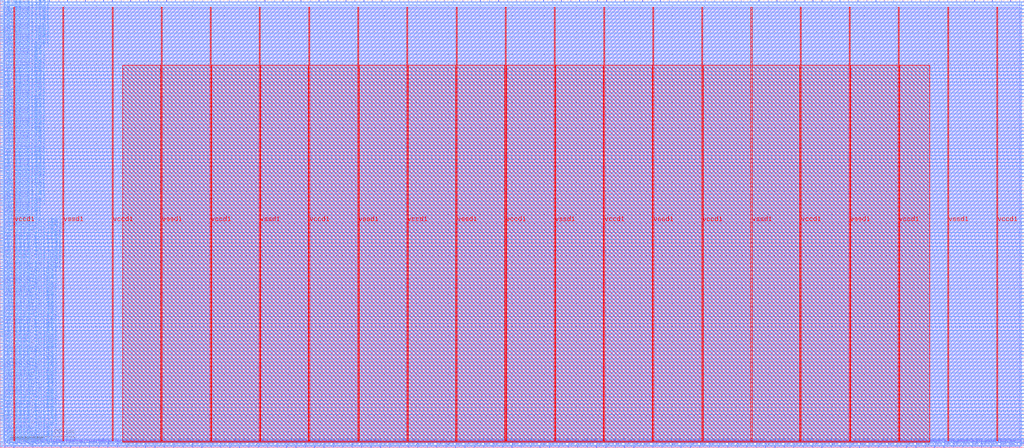
<source format=lef>
VERSION 5.7 ;
  NOWIREEXTENSIONATPIN ON ;
  DIVIDERCHAR "/" ;
  BUSBITCHARS "[]" ;
MACRO pwm_top
  CLASS BLOCK ;
  FOREIGN pwm_top ;
  ORIGIN 0.000 0.000 ;
  SIZE 1600.000 BY 700.000 ;
  PIN io_in[0]
    DIRECTION INPUT ;
    USE SIGNAL ;
    PORT
      LAYER met2 ;
        RECT 6.990 696.000 7.270 700.000 ;
    END
  END io_in[0]
  PIN io_in[10]
    DIRECTION INPUT ;
    USE SIGNAL ;
    PORT
      LAYER met2 ;
        RECT 427.890 696.000 428.170 700.000 ;
    END
  END io_in[10]
  PIN io_in[11]
    DIRECTION INPUT ;
    USE SIGNAL ;
    PORT
      LAYER met2 ;
        RECT 469.750 696.000 470.030 700.000 ;
    END
  END io_in[11]
  PIN io_in[12]
    DIRECTION INPUT ;
    USE SIGNAL ;
    PORT
      LAYER met2 ;
        RECT 512.070 696.000 512.350 700.000 ;
    END
  END io_in[12]
  PIN io_in[13]
    DIRECTION INPUT ;
    USE SIGNAL ;
    PORT
      LAYER met2 ;
        RECT 553.930 696.000 554.210 700.000 ;
    END
  END io_in[13]
  PIN io_in[14]
    DIRECTION INPUT ;
    USE SIGNAL ;
    PORT
      LAYER met2 ;
        RECT 596.250 696.000 596.530 700.000 ;
    END
  END io_in[14]
  PIN io_in[15]
    DIRECTION INPUT ;
    USE SIGNAL ;
    PORT
      LAYER met2 ;
        RECT 638.110 696.000 638.390 700.000 ;
    END
  END io_in[15]
  PIN io_in[16]
    DIRECTION INPUT ;
    USE SIGNAL ;
    PORT
      LAYER met2 ;
        RECT 680.430 696.000 680.710 700.000 ;
    END
  END io_in[16]
  PIN io_in[17]
    DIRECTION INPUT ;
    USE SIGNAL ;
    PORT
      LAYER met2 ;
        RECT 722.290 696.000 722.570 700.000 ;
    END
  END io_in[17]
  PIN io_in[18]
    DIRECTION INPUT ;
    USE SIGNAL ;
    PORT
      LAYER met2 ;
        RECT 764.610 696.000 764.890 700.000 ;
    END
  END io_in[18]
  PIN io_in[19]
    DIRECTION INPUT ;
    USE SIGNAL ;
    PORT
      LAYER met2 ;
        RECT 806.930 696.000 807.210 700.000 ;
    END
  END io_in[19]
  PIN io_in[1]
    DIRECTION INPUT ;
    USE SIGNAL ;
    PORT
      LAYER met2 ;
        RECT 48.850 696.000 49.130 700.000 ;
    END
  END io_in[1]
  PIN io_in[20]
    DIRECTION INPUT ;
    USE SIGNAL ;
    PORT
      LAYER met2 ;
        RECT 848.790 696.000 849.070 700.000 ;
    END
  END io_in[20]
  PIN io_in[21]
    DIRECTION INPUT ;
    USE SIGNAL ;
    PORT
      LAYER met2 ;
        RECT 891.110 696.000 891.390 700.000 ;
    END
  END io_in[21]
  PIN io_in[22]
    DIRECTION INPUT ;
    USE SIGNAL ;
    PORT
      LAYER met2 ;
        RECT 932.970 696.000 933.250 700.000 ;
    END
  END io_in[22]
  PIN io_in[23]
    DIRECTION INPUT ;
    USE SIGNAL ;
    PORT
      LAYER met2 ;
        RECT 975.290 696.000 975.570 700.000 ;
    END
  END io_in[23]
  PIN io_in[24]
    DIRECTION INPUT ;
    USE SIGNAL ;
    PORT
      LAYER met2 ;
        RECT 1017.150 696.000 1017.430 700.000 ;
    END
  END io_in[24]
  PIN io_in[25]
    DIRECTION INPUT ;
    USE SIGNAL ;
    PORT
      LAYER met2 ;
        RECT 1059.470 696.000 1059.750 700.000 ;
    END
  END io_in[25]
  PIN io_in[26]
    DIRECTION INPUT ;
    USE SIGNAL ;
    PORT
      LAYER met2 ;
        RECT 1101.330 696.000 1101.610 700.000 ;
    END
  END io_in[26]
  PIN io_in[27]
    DIRECTION INPUT ;
    USE SIGNAL ;
    PORT
      LAYER met2 ;
        RECT 1143.650 696.000 1143.930 700.000 ;
    END
  END io_in[27]
  PIN io_in[28]
    DIRECTION INPUT ;
    USE SIGNAL ;
    PORT
      LAYER met2 ;
        RECT 1185.510 696.000 1185.790 700.000 ;
    END
  END io_in[28]
  PIN io_in[29]
    DIRECTION INPUT ;
    USE SIGNAL ;
    PORT
      LAYER met2 ;
        RECT 1227.830 696.000 1228.110 700.000 ;
    END
  END io_in[29]
  PIN io_in[2]
    DIRECTION INPUT ;
    USE SIGNAL ;
    PORT
      LAYER met2 ;
        RECT 91.170 696.000 91.450 700.000 ;
    END
  END io_in[2]
  PIN io_in[30]
    DIRECTION INPUT ;
    USE SIGNAL ;
    PORT
      LAYER met2 ;
        RECT 1269.690 696.000 1269.970 700.000 ;
    END
  END io_in[30]
  PIN io_in[31]
    DIRECTION INPUT ;
    USE SIGNAL ;
    PORT
      LAYER met2 ;
        RECT 1312.010 696.000 1312.290 700.000 ;
    END
  END io_in[31]
  PIN io_in[32]
    DIRECTION INPUT ;
    USE SIGNAL ;
    PORT
      LAYER met2 ;
        RECT 1353.870 696.000 1354.150 700.000 ;
    END
  END io_in[32]
  PIN io_in[33]
    DIRECTION INPUT ;
    USE SIGNAL ;
    PORT
      LAYER met2 ;
        RECT 1396.190 696.000 1396.470 700.000 ;
    END
  END io_in[33]
  PIN io_in[34]
    DIRECTION INPUT ;
    USE SIGNAL ;
    PORT
      LAYER met2 ;
        RECT 1438.050 696.000 1438.330 700.000 ;
    END
  END io_in[34]
  PIN io_in[35]
    DIRECTION INPUT ;
    USE SIGNAL ;
    PORT
      LAYER met2 ;
        RECT 1480.370 696.000 1480.650 700.000 ;
    END
  END io_in[35]
  PIN io_in[36]
    DIRECTION INPUT ;
    USE SIGNAL ;
    PORT
      LAYER met2 ;
        RECT 1522.230 696.000 1522.510 700.000 ;
    END
  END io_in[36]
  PIN io_in[37]
    DIRECTION INPUT ;
    USE SIGNAL ;
    PORT
      LAYER met2 ;
        RECT 1564.550 696.000 1564.830 700.000 ;
    END
  END io_in[37]
  PIN io_in[3]
    DIRECTION INPUT ;
    USE SIGNAL ;
    PORT
      LAYER met2 ;
        RECT 133.030 696.000 133.310 700.000 ;
    END
  END io_in[3]
  PIN io_in[4]
    DIRECTION INPUT ;
    USE SIGNAL ;
    PORT
      LAYER met2 ;
        RECT 175.350 696.000 175.630 700.000 ;
    END
  END io_in[4]
  PIN io_in[5]
    DIRECTION INPUT ;
    USE SIGNAL ;
    PORT
      LAYER met2 ;
        RECT 217.210 696.000 217.490 700.000 ;
    END
  END io_in[5]
  PIN io_in[6]
    DIRECTION INPUT ;
    USE SIGNAL ;
    PORT
      LAYER met2 ;
        RECT 259.530 696.000 259.810 700.000 ;
    END
  END io_in[6]
  PIN io_in[7]
    DIRECTION INPUT ;
    USE SIGNAL ;
    PORT
      LAYER met2 ;
        RECT 301.390 696.000 301.670 700.000 ;
    END
  END io_in[7]
  PIN io_in[8]
    DIRECTION INPUT ;
    USE SIGNAL ;
    PORT
      LAYER met2 ;
        RECT 343.710 696.000 343.990 700.000 ;
    END
  END io_in[8]
  PIN io_in[9]
    DIRECTION INPUT ;
    USE SIGNAL ;
    PORT
      LAYER met2 ;
        RECT 385.570 696.000 385.850 700.000 ;
    END
  END io_in[9]
  PIN io_oeb[0]
    DIRECTION OUTPUT TRISTATE ;
    USE SIGNAL ;
    PORT
      LAYER met2 ;
        RECT 20.790 696.000 21.070 700.000 ;
    END
  END io_oeb[0]
  PIN io_oeb[10]
    DIRECTION OUTPUT TRISTATE ;
    USE SIGNAL ;
    PORT
      LAYER met2 ;
        RECT 441.690 696.000 441.970 700.000 ;
    END
  END io_oeb[10]
  PIN io_oeb[11]
    DIRECTION OUTPUT TRISTATE ;
    USE SIGNAL ;
    PORT
      LAYER met2 ;
        RECT 484.010 696.000 484.290 700.000 ;
    END
  END io_oeb[11]
  PIN io_oeb[12]
    DIRECTION OUTPUT TRISTATE ;
    USE SIGNAL ;
    PORT
      LAYER met2 ;
        RECT 525.870 696.000 526.150 700.000 ;
    END
  END io_oeb[12]
  PIN io_oeb[13]
    DIRECTION OUTPUT TRISTATE ;
    USE SIGNAL ;
    PORT
      LAYER met2 ;
        RECT 568.190 696.000 568.470 700.000 ;
    END
  END io_oeb[13]
  PIN io_oeb[14]
    DIRECTION OUTPUT TRISTATE ;
    USE SIGNAL ;
    PORT
      LAYER met2 ;
        RECT 610.050 696.000 610.330 700.000 ;
    END
  END io_oeb[14]
  PIN io_oeb[15]
    DIRECTION OUTPUT TRISTATE ;
    USE SIGNAL ;
    PORT
      LAYER met2 ;
        RECT 652.370 696.000 652.650 700.000 ;
    END
  END io_oeb[15]
  PIN io_oeb[16]
    DIRECTION OUTPUT TRISTATE ;
    USE SIGNAL ;
    PORT
      LAYER met2 ;
        RECT 694.230 696.000 694.510 700.000 ;
    END
  END io_oeb[16]
  PIN io_oeb[17]
    DIRECTION OUTPUT TRISTATE ;
    USE SIGNAL ;
    PORT
      LAYER met2 ;
        RECT 736.550 696.000 736.830 700.000 ;
    END
  END io_oeb[17]
  PIN io_oeb[18]
    DIRECTION OUTPUT TRISTATE ;
    USE SIGNAL ;
    PORT
      LAYER met2 ;
        RECT 778.410 696.000 778.690 700.000 ;
    END
  END io_oeb[18]
  PIN io_oeb[19]
    DIRECTION OUTPUT TRISTATE ;
    USE SIGNAL ;
    PORT
      LAYER met2 ;
        RECT 820.730 696.000 821.010 700.000 ;
    END
  END io_oeb[19]
  PIN io_oeb[1]
    DIRECTION OUTPUT TRISTATE ;
    USE SIGNAL ;
    PORT
      LAYER met2 ;
        RECT 63.110 696.000 63.390 700.000 ;
    END
  END io_oeb[1]
  PIN io_oeb[20]
    DIRECTION OUTPUT TRISTATE ;
    USE SIGNAL ;
    PORT
      LAYER met2 ;
        RECT 863.050 696.000 863.330 700.000 ;
    END
  END io_oeb[20]
  PIN io_oeb[21]
    DIRECTION OUTPUT TRISTATE ;
    USE SIGNAL ;
    PORT
      LAYER met2 ;
        RECT 904.910 696.000 905.190 700.000 ;
    END
  END io_oeb[21]
  PIN io_oeb[22]
    DIRECTION OUTPUT TRISTATE ;
    USE SIGNAL ;
    PORT
      LAYER met2 ;
        RECT 947.230 696.000 947.510 700.000 ;
    END
  END io_oeb[22]
  PIN io_oeb[23]
    DIRECTION OUTPUT TRISTATE ;
    USE SIGNAL ;
    PORT
      LAYER met2 ;
        RECT 989.090 696.000 989.370 700.000 ;
    END
  END io_oeb[23]
  PIN io_oeb[24]
    DIRECTION OUTPUT TRISTATE ;
    USE SIGNAL ;
    PORT
      LAYER met2 ;
        RECT 1031.410 696.000 1031.690 700.000 ;
    END
  END io_oeb[24]
  PIN io_oeb[25]
    DIRECTION OUTPUT TRISTATE ;
    USE SIGNAL ;
    PORT
      LAYER met2 ;
        RECT 1073.270 696.000 1073.550 700.000 ;
    END
  END io_oeb[25]
  PIN io_oeb[26]
    DIRECTION OUTPUT TRISTATE ;
    USE SIGNAL ;
    PORT
      LAYER met2 ;
        RECT 1115.590 696.000 1115.870 700.000 ;
    END
  END io_oeb[26]
  PIN io_oeb[27]
    DIRECTION OUTPUT TRISTATE ;
    USE SIGNAL ;
    PORT
      LAYER met2 ;
        RECT 1157.450 696.000 1157.730 700.000 ;
    END
  END io_oeb[27]
  PIN io_oeb[28]
    DIRECTION OUTPUT TRISTATE ;
    USE SIGNAL ;
    PORT
      LAYER met2 ;
        RECT 1199.770 696.000 1200.050 700.000 ;
    END
  END io_oeb[28]
  PIN io_oeb[29]
    DIRECTION OUTPUT TRISTATE ;
    USE SIGNAL ;
    PORT
      LAYER met2 ;
        RECT 1241.630 696.000 1241.910 700.000 ;
    END
  END io_oeb[29]
  PIN io_oeb[2]
    DIRECTION OUTPUT TRISTATE ;
    USE SIGNAL ;
    PORT
      LAYER met2 ;
        RECT 104.970 696.000 105.250 700.000 ;
    END
  END io_oeb[2]
  PIN io_oeb[30]
    DIRECTION OUTPUT TRISTATE ;
    USE SIGNAL ;
    PORT
      LAYER met2 ;
        RECT 1283.950 696.000 1284.230 700.000 ;
    END
  END io_oeb[30]
  PIN io_oeb[31]
    DIRECTION OUTPUT TRISTATE ;
    USE SIGNAL ;
    PORT
      LAYER met2 ;
        RECT 1325.810 696.000 1326.090 700.000 ;
    END
  END io_oeb[31]
  PIN io_oeb[32]
    DIRECTION OUTPUT TRISTATE ;
    USE SIGNAL ;
    PORT
      LAYER met2 ;
        RECT 1368.130 696.000 1368.410 700.000 ;
    END
  END io_oeb[32]
  PIN io_oeb[33]
    DIRECTION OUTPUT TRISTATE ;
    USE SIGNAL ;
    PORT
      LAYER met2 ;
        RECT 1409.990 696.000 1410.270 700.000 ;
    END
  END io_oeb[33]
  PIN io_oeb[34]
    DIRECTION OUTPUT TRISTATE ;
    USE SIGNAL ;
    PORT
      LAYER met2 ;
        RECT 1452.310 696.000 1452.590 700.000 ;
    END
  END io_oeb[34]
  PIN io_oeb[35]
    DIRECTION OUTPUT TRISTATE ;
    USE SIGNAL ;
    PORT
      LAYER met2 ;
        RECT 1494.170 696.000 1494.450 700.000 ;
    END
  END io_oeb[35]
  PIN io_oeb[36]
    DIRECTION OUTPUT TRISTATE ;
    USE SIGNAL ;
    PORT
      LAYER met2 ;
        RECT 1536.490 696.000 1536.770 700.000 ;
    END
  END io_oeb[36]
  PIN io_oeb[37]
    DIRECTION OUTPUT TRISTATE ;
    USE SIGNAL ;
    PORT
      LAYER met2 ;
        RECT 1578.350 696.000 1578.630 700.000 ;
    END
  END io_oeb[37]
  PIN io_oeb[3]
    DIRECTION OUTPUT TRISTATE ;
    USE SIGNAL ;
    PORT
      LAYER met2 ;
        RECT 147.290 696.000 147.570 700.000 ;
    END
  END io_oeb[3]
  PIN io_oeb[4]
    DIRECTION OUTPUT TRISTATE ;
    USE SIGNAL ;
    PORT
      LAYER met2 ;
        RECT 189.150 696.000 189.430 700.000 ;
    END
  END io_oeb[4]
  PIN io_oeb[5]
    DIRECTION OUTPUT TRISTATE ;
    USE SIGNAL ;
    PORT
      LAYER met2 ;
        RECT 231.470 696.000 231.750 700.000 ;
    END
  END io_oeb[5]
  PIN io_oeb[6]
    DIRECTION OUTPUT TRISTATE ;
    USE SIGNAL ;
    PORT
      LAYER met2 ;
        RECT 273.330 696.000 273.610 700.000 ;
    END
  END io_oeb[6]
  PIN io_oeb[7]
    DIRECTION OUTPUT TRISTATE ;
    USE SIGNAL ;
    PORT
      LAYER met2 ;
        RECT 315.650 696.000 315.930 700.000 ;
    END
  END io_oeb[7]
  PIN io_oeb[8]
    DIRECTION OUTPUT TRISTATE ;
    USE SIGNAL ;
    PORT
      LAYER met2 ;
        RECT 357.510 696.000 357.790 700.000 ;
    END
  END io_oeb[8]
  PIN io_oeb[9]
    DIRECTION OUTPUT TRISTATE ;
    USE SIGNAL ;
    PORT
      LAYER met2 ;
        RECT 399.830 696.000 400.110 700.000 ;
    END
  END io_oeb[9]
  PIN io_out[0]
    DIRECTION OUTPUT TRISTATE ;
    USE SIGNAL ;
    PORT
      LAYER met2 ;
        RECT 35.050 696.000 35.330 700.000 ;
    END
  END io_out[0]
  PIN io_out[10]
    DIRECTION OUTPUT TRISTATE ;
    USE SIGNAL ;
    PORT
      LAYER met2 ;
        RECT 455.950 696.000 456.230 700.000 ;
    END
  END io_out[10]
  PIN io_out[11]
    DIRECTION OUTPUT TRISTATE ;
    USE SIGNAL ;
    PORT
      LAYER met2 ;
        RECT 497.810 696.000 498.090 700.000 ;
    END
  END io_out[11]
  PIN io_out[12]
    DIRECTION OUTPUT TRISTATE ;
    USE SIGNAL ;
    PORT
      LAYER met2 ;
        RECT 540.130 696.000 540.410 700.000 ;
    END
  END io_out[12]
  PIN io_out[13]
    DIRECTION OUTPUT TRISTATE ;
    USE SIGNAL ;
    PORT
      LAYER met2 ;
        RECT 581.990 696.000 582.270 700.000 ;
    END
  END io_out[13]
  PIN io_out[14]
    DIRECTION OUTPUT TRISTATE ;
    USE SIGNAL ;
    PORT
      LAYER met2 ;
        RECT 624.310 696.000 624.590 700.000 ;
    END
  END io_out[14]
  PIN io_out[15]
    DIRECTION OUTPUT TRISTATE ;
    USE SIGNAL ;
    PORT
      LAYER met2 ;
        RECT 666.170 696.000 666.450 700.000 ;
    END
  END io_out[15]
  PIN io_out[16]
    DIRECTION OUTPUT TRISTATE ;
    USE SIGNAL ;
    PORT
      LAYER met2 ;
        RECT 708.490 696.000 708.770 700.000 ;
    END
  END io_out[16]
  PIN io_out[17]
    DIRECTION OUTPUT TRISTATE ;
    USE SIGNAL ;
    PORT
      LAYER met2 ;
        RECT 750.350 696.000 750.630 700.000 ;
    END
  END io_out[17]
  PIN io_out[18]
    DIRECTION OUTPUT TRISTATE ;
    USE SIGNAL ;
    PORT
      LAYER met2 ;
        RECT 792.670 696.000 792.950 700.000 ;
    END
  END io_out[18]
  PIN io_out[19]
    DIRECTION OUTPUT TRISTATE ;
    USE SIGNAL ;
    PORT
      LAYER met2 ;
        RECT 834.990 696.000 835.270 700.000 ;
    END
  END io_out[19]
  PIN io_out[1]
    DIRECTION OUTPUT TRISTATE ;
    USE SIGNAL ;
    PORT
      LAYER met2 ;
        RECT 76.910 696.000 77.190 700.000 ;
    END
  END io_out[1]
  PIN io_out[20]
    DIRECTION OUTPUT TRISTATE ;
    USE SIGNAL ;
    PORT
      LAYER met2 ;
        RECT 876.850 696.000 877.130 700.000 ;
    END
  END io_out[20]
  PIN io_out[21]
    DIRECTION OUTPUT TRISTATE ;
    USE SIGNAL ;
    PORT
      LAYER met2 ;
        RECT 919.170 696.000 919.450 700.000 ;
    END
  END io_out[21]
  PIN io_out[22]
    DIRECTION OUTPUT TRISTATE ;
    USE SIGNAL ;
    PORT
      LAYER met2 ;
        RECT 961.030 696.000 961.310 700.000 ;
    END
  END io_out[22]
  PIN io_out[23]
    DIRECTION OUTPUT TRISTATE ;
    USE SIGNAL ;
    PORT
      LAYER met2 ;
        RECT 1003.350 696.000 1003.630 700.000 ;
    END
  END io_out[23]
  PIN io_out[24]
    DIRECTION OUTPUT TRISTATE ;
    USE SIGNAL ;
    PORT
      LAYER met2 ;
        RECT 1045.210 696.000 1045.490 700.000 ;
    END
  END io_out[24]
  PIN io_out[25]
    DIRECTION OUTPUT TRISTATE ;
    USE SIGNAL ;
    PORT
      LAYER met2 ;
        RECT 1087.530 696.000 1087.810 700.000 ;
    END
  END io_out[25]
  PIN io_out[26]
    DIRECTION OUTPUT TRISTATE ;
    USE SIGNAL ;
    PORT
      LAYER met2 ;
        RECT 1129.390 696.000 1129.670 700.000 ;
    END
  END io_out[26]
  PIN io_out[27]
    DIRECTION OUTPUT TRISTATE ;
    USE SIGNAL ;
    PORT
      LAYER met2 ;
        RECT 1171.710 696.000 1171.990 700.000 ;
    END
  END io_out[27]
  PIN io_out[28]
    DIRECTION OUTPUT TRISTATE ;
    USE SIGNAL ;
    PORT
      LAYER met2 ;
        RECT 1213.570 696.000 1213.850 700.000 ;
    END
  END io_out[28]
  PIN io_out[29]
    DIRECTION OUTPUT TRISTATE ;
    USE SIGNAL ;
    PORT
      LAYER met2 ;
        RECT 1255.890 696.000 1256.170 700.000 ;
    END
  END io_out[29]
  PIN io_out[2]
    DIRECTION OUTPUT TRISTATE ;
    USE SIGNAL ;
    PORT
      LAYER met2 ;
        RECT 119.230 696.000 119.510 700.000 ;
    END
  END io_out[2]
  PIN io_out[30]
    DIRECTION OUTPUT TRISTATE ;
    USE SIGNAL ;
    PORT
      LAYER met2 ;
        RECT 1297.750 696.000 1298.030 700.000 ;
    END
  END io_out[30]
  PIN io_out[31]
    DIRECTION OUTPUT TRISTATE ;
    USE SIGNAL ;
    PORT
      LAYER met2 ;
        RECT 1340.070 696.000 1340.350 700.000 ;
    END
  END io_out[31]
  PIN io_out[32]
    DIRECTION OUTPUT TRISTATE ;
    USE SIGNAL ;
    PORT
      LAYER met2 ;
        RECT 1381.930 696.000 1382.210 700.000 ;
    END
  END io_out[32]
  PIN io_out[33]
    DIRECTION OUTPUT TRISTATE ;
    USE SIGNAL ;
    PORT
      LAYER met2 ;
        RECT 1424.250 696.000 1424.530 700.000 ;
    END
  END io_out[33]
  PIN io_out[34]
    DIRECTION OUTPUT TRISTATE ;
    USE SIGNAL ;
    PORT
      LAYER met2 ;
        RECT 1466.110 696.000 1466.390 700.000 ;
    END
  END io_out[34]
  PIN io_out[35]
    DIRECTION OUTPUT TRISTATE ;
    USE SIGNAL ;
    PORT
      LAYER met2 ;
        RECT 1508.430 696.000 1508.710 700.000 ;
    END
  END io_out[35]
  PIN io_out[36]
    DIRECTION OUTPUT TRISTATE ;
    USE SIGNAL ;
    PORT
      LAYER met2 ;
        RECT 1550.290 696.000 1550.570 700.000 ;
    END
  END io_out[36]
  PIN io_out[37]
    DIRECTION OUTPUT TRISTATE ;
    USE SIGNAL ;
    PORT
      LAYER met2 ;
        RECT 1592.610 696.000 1592.890 700.000 ;
    END
  END io_out[37]
  PIN io_out[3]
    DIRECTION OUTPUT TRISTATE ;
    USE SIGNAL ;
    PORT
      LAYER met2 ;
        RECT 161.090 696.000 161.370 700.000 ;
    END
  END io_out[3]
  PIN io_out[4]
    DIRECTION OUTPUT TRISTATE ;
    USE SIGNAL ;
    PORT
      LAYER met2 ;
        RECT 203.410 696.000 203.690 700.000 ;
    END
  END io_out[4]
  PIN io_out[5]
    DIRECTION OUTPUT TRISTATE ;
    USE SIGNAL ;
    PORT
      LAYER met2 ;
        RECT 245.270 696.000 245.550 700.000 ;
    END
  END io_out[5]
  PIN io_out[6]
    DIRECTION OUTPUT TRISTATE ;
    USE SIGNAL ;
    PORT
      LAYER met2 ;
        RECT 287.590 696.000 287.870 700.000 ;
    END
  END io_out[6]
  PIN io_out[7]
    DIRECTION OUTPUT TRISTATE ;
    USE SIGNAL ;
    PORT
      LAYER met2 ;
        RECT 329.450 696.000 329.730 700.000 ;
    END
  END io_out[7]
  PIN io_out[8]
    DIRECTION OUTPUT TRISTATE ;
    USE SIGNAL ;
    PORT
      LAYER met2 ;
        RECT 371.770 696.000 372.050 700.000 ;
    END
  END io_out[8]
  PIN io_out[9]
    DIRECTION OUTPUT TRISTATE ;
    USE SIGNAL ;
    PORT
      LAYER met2 ;
        RECT 413.630 696.000 413.910 700.000 ;
    END
  END io_out[9]
  PIN irq[0]
    DIRECTION OUTPUT TRISTATE ;
    USE SIGNAL ;
    PORT
      LAYER met2 ;
        RECT 1562.710 0.000 1562.990 4.000 ;
    END
  END irq[0]
  PIN irq[1]
    DIRECTION OUTPUT TRISTATE ;
    USE SIGNAL ;
    PORT
      LAYER met2 ;
        RECT 1577.430 0.000 1577.710 4.000 ;
    END
  END irq[1]
  PIN irq[2]
    DIRECTION OUTPUT TRISTATE ;
    USE SIGNAL ;
    PORT
      LAYER met2 ;
        RECT 1592.150 0.000 1592.430 4.000 ;
    END
  END irq[2]
  PIN la_data_in[0]
    DIRECTION INPUT ;
    USE SIGNAL ;
    PORT
      LAYER met3 ;
        RECT 0.000 1.400 4.000 2.000 ;
    END
  END la_data_in[0]
  PIN la_data_in[100]
    DIRECTION INPUT ;
    USE SIGNAL ;
    PORT
      LAYER met3 ;
        RECT 0.000 274.080 4.000 274.680 ;
    END
  END la_data_in[100]
  PIN la_data_in[101]
    DIRECTION INPUT ;
    USE SIGNAL ;
    PORT
      LAYER met3 ;
        RECT 0.000 276.800 4.000 277.400 ;
    END
  END la_data_in[101]
  PIN la_data_in[102]
    DIRECTION INPUT ;
    USE SIGNAL ;
    PORT
      LAYER met3 ;
        RECT 0.000 279.520 4.000 280.120 ;
    END
  END la_data_in[102]
  PIN la_data_in[103]
    DIRECTION INPUT ;
    USE SIGNAL ;
    PORT
      LAYER met3 ;
        RECT 0.000 282.920 4.000 283.520 ;
    END
  END la_data_in[103]
  PIN la_data_in[104]
    DIRECTION INPUT ;
    USE SIGNAL ;
    PORT
      LAYER met3 ;
        RECT 0.000 285.640 4.000 286.240 ;
    END
  END la_data_in[104]
  PIN la_data_in[105]
    DIRECTION INPUT ;
    USE SIGNAL ;
    PORT
      LAYER met3 ;
        RECT 0.000 288.360 4.000 288.960 ;
    END
  END la_data_in[105]
  PIN la_data_in[106]
    DIRECTION INPUT ;
    USE SIGNAL ;
    PORT
      LAYER met3 ;
        RECT 0.000 291.080 4.000 291.680 ;
    END
  END la_data_in[106]
  PIN la_data_in[107]
    DIRECTION INPUT ;
    USE SIGNAL ;
    PORT
      LAYER met3 ;
        RECT 0.000 293.800 4.000 294.400 ;
    END
  END la_data_in[107]
  PIN la_data_in[108]
    DIRECTION INPUT ;
    USE SIGNAL ;
    PORT
      LAYER met3 ;
        RECT 0.000 296.520 4.000 297.120 ;
    END
  END la_data_in[108]
  PIN la_data_in[109]
    DIRECTION INPUT ;
    USE SIGNAL ;
    PORT
      LAYER met3 ;
        RECT 0.000 299.240 4.000 299.840 ;
    END
  END la_data_in[109]
  PIN la_data_in[10]
    DIRECTION INPUT ;
    USE SIGNAL ;
    PORT
      LAYER met3 ;
        RECT 0.000 28.600 4.000 29.200 ;
    END
  END la_data_in[10]
  PIN la_data_in[110]
    DIRECTION INPUT ;
    USE SIGNAL ;
    PORT
      LAYER met3 ;
        RECT 0.000 301.960 4.000 302.560 ;
    END
  END la_data_in[110]
  PIN la_data_in[111]
    DIRECTION INPUT ;
    USE SIGNAL ;
    PORT
      LAYER met3 ;
        RECT 0.000 304.680 4.000 305.280 ;
    END
  END la_data_in[111]
  PIN la_data_in[112]
    DIRECTION INPUT ;
    USE SIGNAL ;
    PORT
      LAYER met3 ;
        RECT 0.000 307.400 4.000 308.000 ;
    END
  END la_data_in[112]
  PIN la_data_in[113]
    DIRECTION INPUT ;
    USE SIGNAL ;
    PORT
      LAYER met3 ;
        RECT 0.000 310.120 4.000 310.720 ;
    END
  END la_data_in[113]
  PIN la_data_in[114]
    DIRECTION INPUT ;
    USE SIGNAL ;
    PORT
      LAYER met3 ;
        RECT 0.000 312.840 4.000 313.440 ;
    END
  END la_data_in[114]
  PIN la_data_in[115]
    DIRECTION INPUT ;
    USE SIGNAL ;
    PORT
      LAYER met3 ;
        RECT 0.000 315.560 4.000 316.160 ;
    END
  END la_data_in[115]
  PIN la_data_in[116]
    DIRECTION INPUT ;
    USE SIGNAL ;
    PORT
      LAYER met3 ;
        RECT 0.000 318.280 4.000 318.880 ;
    END
  END la_data_in[116]
  PIN la_data_in[117]
    DIRECTION INPUT ;
    USE SIGNAL ;
    PORT
      LAYER met3 ;
        RECT 0.000 321.000 4.000 321.600 ;
    END
  END la_data_in[117]
  PIN la_data_in[118]
    DIRECTION INPUT ;
    USE SIGNAL ;
    PORT
      LAYER met3 ;
        RECT 0.000 323.720 4.000 324.320 ;
    END
  END la_data_in[118]
  PIN la_data_in[119]
    DIRECTION INPUT ;
    USE SIGNAL ;
    PORT
      LAYER met3 ;
        RECT 0.000 326.440 4.000 327.040 ;
    END
  END la_data_in[119]
  PIN la_data_in[11]
    DIRECTION INPUT ;
    USE SIGNAL ;
    PORT
      LAYER met3 ;
        RECT 0.000 31.320 4.000 31.920 ;
    END
  END la_data_in[11]
  PIN la_data_in[120]
    DIRECTION INPUT ;
    USE SIGNAL ;
    PORT
      LAYER met3 ;
        RECT 0.000 329.160 4.000 329.760 ;
    END
  END la_data_in[120]
  PIN la_data_in[121]
    DIRECTION INPUT ;
    USE SIGNAL ;
    PORT
      LAYER met3 ;
        RECT 0.000 331.880 4.000 332.480 ;
    END
  END la_data_in[121]
  PIN la_data_in[122]
    DIRECTION INPUT ;
    USE SIGNAL ;
    PORT
      LAYER met3 ;
        RECT 0.000 334.600 4.000 335.200 ;
    END
  END la_data_in[122]
  PIN la_data_in[123]
    DIRECTION INPUT ;
    USE SIGNAL ;
    PORT
      LAYER met3 ;
        RECT 0.000 337.320 4.000 337.920 ;
    END
  END la_data_in[123]
  PIN la_data_in[124]
    DIRECTION INPUT ;
    USE SIGNAL ;
    PORT
      LAYER met3 ;
        RECT 0.000 340.040 4.000 340.640 ;
    END
  END la_data_in[124]
  PIN la_data_in[125]
    DIRECTION INPUT ;
    USE SIGNAL ;
    PORT
      LAYER met3 ;
        RECT 0.000 342.760 4.000 343.360 ;
    END
  END la_data_in[125]
  PIN la_data_in[126]
    DIRECTION INPUT ;
    USE SIGNAL ;
    PORT
      LAYER met3 ;
        RECT 0.000 345.480 4.000 346.080 ;
    END
  END la_data_in[126]
  PIN la_data_in[127]
    DIRECTION INPUT ;
    USE SIGNAL ;
    PORT
      LAYER met3 ;
        RECT 0.000 348.200 4.000 348.800 ;
    END
  END la_data_in[127]
  PIN la_data_in[12]
    DIRECTION INPUT ;
    USE SIGNAL ;
    PORT
      LAYER met3 ;
        RECT 0.000 34.040 4.000 34.640 ;
    END
  END la_data_in[12]
  PIN la_data_in[13]
    DIRECTION INPUT ;
    USE SIGNAL ;
    PORT
      LAYER met3 ;
        RECT 0.000 36.760 4.000 37.360 ;
    END
  END la_data_in[13]
  PIN la_data_in[14]
    DIRECTION INPUT ;
    USE SIGNAL ;
    PORT
      LAYER met3 ;
        RECT 0.000 39.480 4.000 40.080 ;
    END
  END la_data_in[14]
  PIN la_data_in[15]
    DIRECTION INPUT ;
    USE SIGNAL ;
    PORT
      LAYER met3 ;
        RECT 0.000 42.200 4.000 42.800 ;
    END
  END la_data_in[15]
  PIN la_data_in[16]
    DIRECTION INPUT ;
    USE SIGNAL ;
    PORT
      LAYER met3 ;
        RECT 0.000 44.920 4.000 45.520 ;
    END
  END la_data_in[16]
  PIN la_data_in[17]
    DIRECTION INPUT ;
    USE SIGNAL ;
    PORT
      LAYER met3 ;
        RECT 0.000 47.640 4.000 48.240 ;
    END
  END la_data_in[17]
  PIN la_data_in[18]
    DIRECTION INPUT ;
    USE SIGNAL ;
    PORT
      LAYER met3 ;
        RECT 0.000 50.360 4.000 50.960 ;
    END
  END la_data_in[18]
  PIN la_data_in[19]
    DIRECTION INPUT ;
    USE SIGNAL ;
    PORT
      LAYER met3 ;
        RECT 0.000 53.080 4.000 53.680 ;
    END
  END la_data_in[19]
  PIN la_data_in[1]
    DIRECTION INPUT ;
    USE SIGNAL ;
    PORT
      LAYER met3 ;
        RECT 0.000 4.120 4.000 4.720 ;
    END
  END la_data_in[1]
  PIN la_data_in[20]
    DIRECTION INPUT ;
    USE SIGNAL ;
    PORT
      LAYER met3 ;
        RECT 0.000 55.800 4.000 56.400 ;
    END
  END la_data_in[20]
  PIN la_data_in[21]
    DIRECTION INPUT ;
    USE SIGNAL ;
    PORT
      LAYER met3 ;
        RECT 0.000 58.520 4.000 59.120 ;
    END
  END la_data_in[21]
  PIN la_data_in[22]
    DIRECTION INPUT ;
    USE SIGNAL ;
    PORT
      LAYER met3 ;
        RECT 0.000 61.240 4.000 61.840 ;
    END
  END la_data_in[22]
  PIN la_data_in[23]
    DIRECTION INPUT ;
    USE SIGNAL ;
    PORT
      LAYER met3 ;
        RECT 0.000 63.960 4.000 64.560 ;
    END
  END la_data_in[23]
  PIN la_data_in[24]
    DIRECTION INPUT ;
    USE SIGNAL ;
    PORT
      LAYER met3 ;
        RECT 0.000 66.680 4.000 67.280 ;
    END
  END la_data_in[24]
  PIN la_data_in[25]
    DIRECTION INPUT ;
    USE SIGNAL ;
    PORT
      LAYER met3 ;
        RECT 0.000 69.400 4.000 70.000 ;
    END
  END la_data_in[25]
  PIN la_data_in[26]
    DIRECTION INPUT ;
    USE SIGNAL ;
    PORT
      LAYER met3 ;
        RECT 0.000 72.120 4.000 72.720 ;
    END
  END la_data_in[26]
  PIN la_data_in[27]
    DIRECTION INPUT ;
    USE SIGNAL ;
    PORT
      LAYER met3 ;
        RECT 0.000 74.840 4.000 75.440 ;
    END
  END la_data_in[27]
  PIN la_data_in[28]
    DIRECTION INPUT ;
    USE SIGNAL ;
    PORT
      LAYER met3 ;
        RECT 0.000 77.560 4.000 78.160 ;
    END
  END la_data_in[28]
  PIN la_data_in[29]
    DIRECTION INPUT ;
    USE SIGNAL ;
    PORT
      LAYER met3 ;
        RECT 0.000 80.280 4.000 80.880 ;
    END
  END la_data_in[29]
  PIN la_data_in[2]
    DIRECTION INPUT ;
    USE SIGNAL ;
    PORT
      LAYER met3 ;
        RECT 0.000 6.840 4.000 7.440 ;
    END
  END la_data_in[2]
  PIN la_data_in[30]
    DIRECTION INPUT ;
    USE SIGNAL ;
    PORT
      LAYER met3 ;
        RECT 0.000 83.000 4.000 83.600 ;
    END
  END la_data_in[30]
  PIN la_data_in[31]
    DIRECTION INPUT ;
    USE SIGNAL ;
    PORT
      LAYER met3 ;
        RECT 0.000 85.720 4.000 86.320 ;
    END
  END la_data_in[31]
  PIN la_data_in[32]
    DIRECTION INPUT ;
    USE SIGNAL ;
    PORT
      LAYER met3 ;
        RECT 0.000 88.440 4.000 89.040 ;
    END
  END la_data_in[32]
  PIN la_data_in[33]
    DIRECTION INPUT ;
    USE SIGNAL ;
    PORT
      LAYER met3 ;
        RECT 0.000 91.160 4.000 91.760 ;
    END
  END la_data_in[33]
  PIN la_data_in[34]
    DIRECTION INPUT ;
    USE SIGNAL ;
    PORT
      LAYER met3 ;
        RECT 0.000 93.880 4.000 94.480 ;
    END
  END la_data_in[34]
  PIN la_data_in[35]
    DIRECTION INPUT ;
    USE SIGNAL ;
    PORT
      LAYER met3 ;
        RECT 0.000 96.600 4.000 97.200 ;
    END
  END la_data_in[35]
  PIN la_data_in[36]
    DIRECTION INPUT ;
    USE SIGNAL ;
    PORT
      LAYER met3 ;
        RECT 0.000 99.320 4.000 99.920 ;
    END
  END la_data_in[36]
  PIN la_data_in[37]
    DIRECTION INPUT ;
    USE SIGNAL ;
    PORT
      LAYER met3 ;
        RECT 0.000 102.040 4.000 102.640 ;
    END
  END la_data_in[37]
  PIN la_data_in[38]
    DIRECTION INPUT ;
    USE SIGNAL ;
    PORT
      LAYER met3 ;
        RECT 0.000 104.760 4.000 105.360 ;
    END
  END la_data_in[38]
  PIN la_data_in[39]
    DIRECTION INPUT ;
    USE SIGNAL ;
    PORT
      LAYER met3 ;
        RECT 0.000 107.480 4.000 108.080 ;
    END
  END la_data_in[39]
  PIN la_data_in[3]
    DIRECTION INPUT ;
    USE SIGNAL ;
    PORT
      LAYER met3 ;
        RECT 0.000 9.560 4.000 10.160 ;
    END
  END la_data_in[3]
  PIN la_data_in[40]
    DIRECTION INPUT ;
    USE SIGNAL ;
    PORT
      LAYER met3 ;
        RECT 0.000 110.200 4.000 110.800 ;
    END
  END la_data_in[40]
  PIN la_data_in[41]
    DIRECTION INPUT ;
    USE SIGNAL ;
    PORT
      LAYER met3 ;
        RECT 0.000 112.920 4.000 113.520 ;
    END
  END la_data_in[41]
  PIN la_data_in[42]
    DIRECTION INPUT ;
    USE SIGNAL ;
    PORT
      LAYER met3 ;
        RECT 0.000 115.640 4.000 116.240 ;
    END
  END la_data_in[42]
  PIN la_data_in[43]
    DIRECTION INPUT ;
    USE SIGNAL ;
    PORT
      LAYER met3 ;
        RECT 0.000 118.360 4.000 118.960 ;
    END
  END la_data_in[43]
  PIN la_data_in[44]
    DIRECTION INPUT ;
    USE SIGNAL ;
    PORT
      LAYER met3 ;
        RECT 0.000 121.080 4.000 121.680 ;
    END
  END la_data_in[44]
  PIN la_data_in[45]
    DIRECTION INPUT ;
    USE SIGNAL ;
    PORT
      LAYER met3 ;
        RECT 0.000 123.800 4.000 124.400 ;
    END
  END la_data_in[45]
  PIN la_data_in[46]
    DIRECTION INPUT ;
    USE SIGNAL ;
    PORT
      LAYER met3 ;
        RECT 0.000 126.520 4.000 127.120 ;
    END
  END la_data_in[46]
  PIN la_data_in[47]
    DIRECTION INPUT ;
    USE SIGNAL ;
    PORT
      LAYER met3 ;
        RECT 0.000 129.240 4.000 129.840 ;
    END
  END la_data_in[47]
  PIN la_data_in[48]
    DIRECTION INPUT ;
    USE SIGNAL ;
    PORT
      LAYER met3 ;
        RECT 0.000 131.960 4.000 132.560 ;
    END
  END la_data_in[48]
  PIN la_data_in[49]
    DIRECTION INPUT ;
    USE SIGNAL ;
    PORT
      LAYER met3 ;
        RECT 0.000 134.680 4.000 135.280 ;
    END
  END la_data_in[49]
  PIN la_data_in[4]
    DIRECTION INPUT ;
    USE SIGNAL ;
    PORT
      LAYER met3 ;
        RECT 0.000 12.280 4.000 12.880 ;
    END
  END la_data_in[4]
  PIN la_data_in[50]
    DIRECTION INPUT ;
    USE SIGNAL ;
    PORT
      LAYER met3 ;
        RECT 0.000 137.400 4.000 138.000 ;
    END
  END la_data_in[50]
  PIN la_data_in[51]
    DIRECTION INPUT ;
    USE SIGNAL ;
    PORT
      LAYER met3 ;
        RECT 0.000 140.120 4.000 140.720 ;
    END
  END la_data_in[51]
  PIN la_data_in[52]
    DIRECTION INPUT ;
    USE SIGNAL ;
    PORT
      LAYER met3 ;
        RECT 0.000 143.520 4.000 144.120 ;
    END
  END la_data_in[52]
  PIN la_data_in[53]
    DIRECTION INPUT ;
    USE SIGNAL ;
    PORT
      LAYER met3 ;
        RECT 0.000 146.240 4.000 146.840 ;
    END
  END la_data_in[53]
  PIN la_data_in[54]
    DIRECTION INPUT ;
    USE SIGNAL ;
    PORT
      LAYER met3 ;
        RECT 0.000 148.960 4.000 149.560 ;
    END
  END la_data_in[54]
  PIN la_data_in[55]
    DIRECTION INPUT ;
    USE SIGNAL ;
    PORT
      LAYER met3 ;
        RECT 0.000 151.680 4.000 152.280 ;
    END
  END la_data_in[55]
  PIN la_data_in[56]
    DIRECTION INPUT ;
    USE SIGNAL ;
    PORT
      LAYER met3 ;
        RECT 0.000 154.400 4.000 155.000 ;
    END
  END la_data_in[56]
  PIN la_data_in[57]
    DIRECTION INPUT ;
    USE SIGNAL ;
    PORT
      LAYER met3 ;
        RECT 0.000 157.120 4.000 157.720 ;
    END
  END la_data_in[57]
  PIN la_data_in[58]
    DIRECTION INPUT ;
    USE SIGNAL ;
    PORT
      LAYER met3 ;
        RECT 0.000 159.840 4.000 160.440 ;
    END
  END la_data_in[58]
  PIN la_data_in[59]
    DIRECTION INPUT ;
    USE SIGNAL ;
    PORT
      LAYER met3 ;
        RECT 0.000 162.560 4.000 163.160 ;
    END
  END la_data_in[59]
  PIN la_data_in[5]
    DIRECTION INPUT ;
    USE SIGNAL ;
    PORT
      LAYER met3 ;
        RECT 0.000 15.000 4.000 15.600 ;
    END
  END la_data_in[5]
  PIN la_data_in[60]
    DIRECTION INPUT ;
    USE SIGNAL ;
    PORT
      LAYER met3 ;
        RECT 0.000 165.280 4.000 165.880 ;
    END
  END la_data_in[60]
  PIN la_data_in[61]
    DIRECTION INPUT ;
    USE SIGNAL ;
    PORT
      LAYER met3 ;
        RECT 0.000 168.000 4.000 168.600 ;
    END
  END la_data_in[61]
  PIN la_data_in[62]
    DIRECTION INPUT ;
    USE SIGNAL ;
    PORT
      LAYER met3 ;
        RECT 0.000 170.720 4.000 171.320 ;
    END
  END la_data_in[62]
  PIN la_data_in[63]
    DIRECTION INPUT ;
    USE SIGNAL ;
    PORT
      LAYER met3 ;
        RECT 0.000 173.440 4.000 174.040 ;
    END
  END la_data_in[63]
  PIN la_data_in[64]
    DIRECTION INPUT ;
    USE SIGNAL ;
    PORT
      LAYER met3 ;
        RECT 0.000 176.160 4.000 176.760 ;
    END
  END la_data_in[64]
  PIN la_data_in[65]
    DIRECTION INPUT ;
    USE SIGNAL ;
    PORT
      LAYER met3 ;
        RECT 0.000 178.880 4.000 179.480 ;
    END
  END la_data_in[65]
  PIN la_data_in[66]
    DIRECTION INPUT ;
    USE SIGNAL ;
    PORT
      LAYER met3 ;
        RECT 0.000 181.600 4.000 182.200 ;
    END
  END la_data_in[66]
  PIN la_data_in[67]
    DIRECTION INPUT ;
    USE SIGNAL ;
    PORT
      LAYER met3 ;
        RECT 0.000 184.320 4.000 184.920 ;
    END
  END la_data_in[67]
  PIN la_data_in[68]
    DIRECTION INPUT ;
    USE SIGNAL ;
    PORT
      LAYER met3 ;
        RECT 0.000 187.040 4.000 187.640 ;
    END
  END la_data_in[68]
  PIN la_data_in[69]
    DIRECTION INPUT ;
    USE SIGNAL ;
    PORT
      LAYER met3 ;
        RECT 0.000 189.760 4.000 190.360 ;
    END
  END la_data_in[69]
  PIN la_data_in[6]
    DIRECTION INPUT ;
    USE SIGNAL ;
    PORT
      LAYER met3 ;
        RECT 0.000 17.720 4.000 18.320 ;
    END
  END la_data_in[6]
  PIN la_data_in[70]
    DIRECTION INPUT ;
    USE SIGNAL ;
    PORT
      LAYER met3 ;
        RECT 0.000 192.480 4.000 193.080 ;
    END
  END la_data_in[70]
  PIN la_data_in[71]
    DIRECTION INPUT ;
    USE SIGNAL ;
    PORT
      LAYER met3 ;
        RECT 0.000 195.200 4.000 195.800 ;
    END
  END la_data_in[71]
  PIN la_data_in[72]
    DIRECTION INPUT ;
    USE SIGNAL ;
    PORT
      LAYER met3 ;
        RECT 0.000 197.920 4.000 198.520 ;
    END
  END la_data_in[72]
  PIN la_data_in[73]
    DIRECTION INPUT ;
    USE SIGNAL ;
    PORT
      LAYER met3 ;
        RECT 0.000 200.640 4.000 201.240 ;
    END
  END la_data_in[73]
  PIN la_data_in[74]
    DIRECTION INPUT ;
    USE SIGNAL ;
    PORT
      LAYER met3 ;
        RECT 0.000 203.360 4.000 203.960 ;
    END
  END la_data_in[74]
  PIN la_data_in[75]
    DIRECTION INPUT ;
    USE SIGNAL ;
    PORT
      LAYER met3 ;
        RECT 0.000 206.080 4.000 206.680 ;
    END
  END la_data_in[75]
  PIN la_data_in[76]
    DIRECTION INPUT ;
    USE SIGNAL ;
    PORT
      LAYER met3 ;
        RECT 0.000 208.800 4.000 209.400 ;
    END
  END la_data_in[76]
  PIN la_data_in[77]
    DIRECTION INPUT ;
    USE SIGNAL ;
    PORT
      LAYER met3 ;
        RECT 0.000 211.520 4.000 212.120 ;
    END
  END la_data_in[77]
  PIN la_data_in[78]
    DIRECTION INPUT ;
    USE SIGNAL ;
    PORT
      LAYER met3 ;
        RECT 0.000 214.240 4.000 214.840 ;
    END
  END la_data_in[78]
  PIN la_data_in[79]
    DIRECTION INPUT ;
    USE SIGNAL ;
    PORT
      LAYER met3 ;
        RECT 0.000 216.960 4.000 217.560 ;
    END
  END la_data_in[79]
  PIN la_data_in[7]
    DIRECTION INPUT ;
    USE SIGNAL ;
    PORT
      LAYER met3 ;
        RECT 0.000 20.440 4.000 21.040 ;
    END
  END la_data_in[7]
  PIN la_data_in[80]
    DIRECTION INPUT ;
    USE SIGNAL ;
    PORT
      LAYER met3 ;
        RECT 0.000 219.680 4.000 220.280 ;
    END
  END la_data_in[80]
  PIN la_data_in[81]
    DIRECTION INPUT ;
    USE SIGNAL ;
    PORT
      LAYER met3 ;
        RECT 0.000 222.400 4.000 223.000 ;
    END
  END la_data_in[81]
  PIN la_data_in[82]
    DIRECTION INPUT ;
    USE SIGNAL ;
    PORT
      LAYER met3 ;
        RECT 0.000 225.120 4.000 225.720 ;
    END
  END la_data_in[82]
  PIN la_data_in[83]
    DIRECTION INPUT ;
    USE SIGNAL ;
    PORT
      LAYER met3 ;
        RECT 0.000 227.840 4.000 228.440 ;
    END
  END la_data_in[83]
  PIN la_data_in[84]
    DIRECTION INPUT ;
    USE SIGNAL ;
    PORT
      LAYER met3 ;
        RECT 0.000 230.560 4.000 231.160 ;
    END
  END la_data_in[84]
  PIN la_data_in[85]
    DIRECTION INPUT ;
    USE SIGNAL ;
    PORT
      LAYER met3 ;
        RECT 0.000 233.280 4.000 233.880 ;
    END
  END la_data_in[85]
  PIN la_data_in[86]
    DIRECTION INPUT ;
    USE SIGNAL ;
    PORT
      LAYER met3 ;
        RECT 0.000 236.000 4.000 236.600 ;
    END
  END la_data_in[86]
  PIN la_data_in[87]
    DIRECTION INPUT ;
    USE SIGNAL ;
    PORT
      LAYER met3 ;
        RECT 0.000 238.720 4.000 239.320 ;
    END
  END la_data_in[87]
  PIN la_data_in[88]
    DIRECTION INPUT ;
    USE SIGNAL ;
    PORT
      LAYER met3 ;
        RECT 0.000 241.440 4.000 242.040 ;
    END
  END la_data_in[88]
  PIN la_data_in[89]
    DIRECTION INPUT ;
    USE SIGNAL ;
    PORT
      LAYER met3 ;
        RECT 0.000 244.160 4.000 244.760 ;
    END
  END la_data_in[89]
  PIN la_data_in[8]
    DIRECTION INPUT ;
    USE SIGNAL ;
    PORT
      LAYER met3 ;
        RECT 0.000 23.160 4.000 23.760 ;
    END
  END la_data_in[8]
  PIN la_data_in[90]
    DIRECTION INPUT ;
    USE SIGNAL ;
    PORT
      LAYER met3 ;
        RECT 0.000 246.880 4.000 247.480 ;
    END
  END la_data_in[90]
  PIN la_data_in[91]
    DIRECTION INPUT ;
    USE SIGNAL ;
    PORT
      LAYER met3 ;
        RECT 0.000 249.600 4.000 250.200 ;
    END
  END la_data_in[91]
  PIN la_data_in[92]
    DIRECTION INPUT ;
    USE SIGNAL ;
    PORT
      LAYER met3 ;
        RECT 0.000 252.320 4.000 252.920 ;
    END
  END la_data_in[92]
  PIN la_data_in[93]
    DIRECTION INPUT ;
    USE SIGNAL ;
    PORT
      LAYER met3 ;
        RECT 0.000 255.040 4.000 255.640 ;
    END
  END la_data_in[93]
  PIN la_data_in[94]
    DIRECTION INPUT ;
    USE SIGNAL ;
    PORT
      LAYER met3 ;
        RECT 0.000 257.760 4.000 258.360 ;
    END
  END la_data_in[94]
  PIN la_data_in[95]
    DIRECTION INPUT ;
    USE SIGNAL ;
    PORT
      LAYER met3 ;
        RECT 0.000 260.480 4.000 261.080 ;
    END
  END la_data_in[95]
  PIN la_data_in[96]
    DIRECTION INPUT ;
    USE SIGNAL ;
    PORT
      LAYER met3 ;
        RECT 0.000 263.200 4.000 263.800 ;
    END
  END la_data_in[96]
  PIN la_data_in[97]
    DIRECTION INPUT ;
    USE SIGNAL ;
    PORT
      LAYER met3 ;
        RECT 0.000 265.920 4.000 266.520 ;
    END
  END la_data_in[97]
  PIN la_data_in[98]
    DIRECTION INPUT ;
    USE SIGNAL ;
    PORT
      LAYER met3 ;
        RECT 0.000 268.640 4.000 269.240 ;
    END
  END la_data_in[98]
  PIN la_data_in[99]
    DIRECTION INPUT ;
    USE SIGNAL ;
    PORT
      LAYER met3 ;
        RECT 0.000 271.360 4.000 271.960 ;
    END
  END la_data_in[99]
  PIN la_data_in[9]
    DIRECTION INPUT ;
    USE SIGNAL ;
    PORT
      LAYER met3 ;
        RECT 0.000 25.880 4.000 26.480 ;
    END
  END la_data_in[9]
  PIN la_data_out[0]
    DIRECTION OUTPUT TRISTATE ;
    USE SIGNAL ;
    PORT
      LAYER met3 ;
        RECT 1596.000 2.760 1600.000 3.360 ;
    END
  END la_data_out[0]
  PIN la_data_out[100]
    DIRECTION OUTPUT TRISTATE ;
    USE SIGNAL ;
    PORT
      LAYER met3 ;
        RECT 1596.000 548.800 1600.000 549.400 ;
    END
  END la_data_out[100]
  PIN la_data_out[101]
    DIRECTION OUTPUT TRISTATE ;
    USE SIGNAL ;
    PORT
      LAYER met3 ;
        RECT 1596.000 554.240 1600.000 554.840 ;
    END
  END la_data_out[101]
  PIN la_data_out[102]
    DIRECTION OUTPUT TRISTATE ;
    USE SIGNAL ;
    PORT
      LAYER met3 ;
        RECT 1596.000 559.680 1600.000 560.280 ;
    END
  END la_data_out[102]
  PIN la_data_out[103]
    DIRECTION OUTPUT TRISTATE ;
    USE SIGNAL ;
    PORT
      LAYER met3 ;
        RECT 1596.000 565.800 1600.000 566.400 ;
    END
  END la_data_out[103]
  PIN la_data_out[104]
    DIRECTION OUTPUT TRISTATE ;
    USE SIGNAL ;
    PORT
      LAYER met3 ;
        RECT 1596.000 571.240 1600.000 571.840 ;
    END
  END la_data_out[104]
  PIN la_data_out[105]
    DIRECTION OUTPUT TRISTATE ;
    USE SIGNAL ;
    PORT
      LAYER met3 ;
        RECT 1596.000 576.680 1600.000 577.280 ;
    END
  END la_data_out[105]
  PIN la_data_out[106]
    DIRECTION OUTPUT TRISTATE ;
    USE SIGNAL ;
    PORT
      LAYER met3 ;
        RECT 1596.000 582.120 1600.000 582.720 ;
    END
  END la_data_out[106]
  PIN la_data_out[107]
    DIRECTION OUTPUT TRISTATE ;
    USE SIGNAL ;
    PORT
      LAYER met3 ;
        RECT 1596.000 587.560 1600.000 588.160 ;
    END
  END la_data_out[107]
  PIN la_data_out[108]
    DIRECTION OUTPUT TRISTATE ;
    USE SIGNAL ;
    PORT
      LAYER met3 ;
        RECT 1596.000 593.000 1600.000 593.600 ;
    END
  END la_data_out[108]
  PIN la_data_out[109]
    DIRECTION OUTPUT TRISTATE ;
    USE SIGNAL ;
    PORT
      LAYER met3 ;
        RECT 1596.000 598.440 1600.000 599.040 ;
    END
  END la_data_out[109]
  PIN la_data_out[10]
    DIRECTION OUTPUT TRISTATE ;
    USE SIGNAL ;
    PORT
      LAYER met3 ;
        RECT 1596.000 57.160 1600.000 57.760 ;
    END
  END la_data_out[10]
  PIN la_data_out[110]
    DIRECTION OUTPUT TRISTATE ;
    USE SIGNAL ;
    PORT
      LAYER met3 ;
        RECT 1596.000 603.880 1600.000 604.480 ;
    END
  END la_data_out[110]
  PIN la_data_out[111]
    DIRECTION OUTPUT TRISTATE ;
    USE SIGNAL ;
    PORT
      LAYER met3 ;
        RECT 1596.000 609.320 1600.000 609.920 ;
    END
  END la_data_out[111]
  PIN la_data_out[112]
    DIRECTION OUTPUT TRISTATE ;
    USE SIGNAL ;
    PORT
      LAYER met3 ;
        RECT 1596.000 614.760 1600.000 615.360 ;
    END
  END la_data_out[112]
  PIN la_data_out[113]
    DIRECTION OUTPUT TRISTATE ;
    USE SIGNAL ;
    PORT
      LAYER met3 ;
        RECT 1596.000 620.200 1600.000 620.800 ;
    END
  END la_data_out[113]
  PIN la_data_out[114]
    DIRECTION OUTPUT TRISTATE ;
    USE SIGNAL ;
    PORT
      LAYER met3 ;
        RECT 1596.000 625.640 1600.000 626.240 ;
    END
  END la_data_out[114]
  PIN la_data_out[115]
    DIRECTION OUTPUT TRISTATE ;
    USE SIGNAL ;
    PORT
      LAYER met3 ;
        RECT 1596.000 631.080 1600.000 631.680 ;
    END
  END la_data_out[115]
  PIN la_data_out[116]
    DIRECTION OUTPUT TRISTATE ;
    USE SIGNAL ;
    PORT
      LAYER met3 ;
        RECT 1596.000 636.520 1600.000 637.120 ;
    END
  END la_data_out[116]
  PIN la_data_out[117]
    DIRECTION OUTPUT TRISTATE ;
    USE SIGNAL ;
    PORT
      LAYER met3 ;
        RECT 1596.000 641.960 1600.000 642.560 ;
    END
  END la_data_out[117]
  PIN la_data_out[118]
    DIRECTION OUTPUT TRISTATE ;
    USE SIGNAL ;
    PORT
      LAYER met3 ;
        RECT 1596.000 647.400 1600.000 648.000 ;
    END
  END la_data_out[118]
  PIN la_data_out[119]
    DIRECTION OUTPUT TRISTATE ;
    USE SIGNAL ;
    PORT
      LAYER met3 ;
        RECT 1596.000 652.840 1600.000 653.440 ;
    END
  END la_data_out[119]
  PIN la_data_out[11]
    DIRECTION OUTPUT TRISTATE ;
    USE SIGNAL ;
    PORT
      LAYER met3 ;
        RECT 1596.000 62.600 1600.000 63.200 ;
    END
  END la_data_out[11]
  PIN la_data_out[120]
    DIRECTION OUTPUT TRISTATE ;
    USE SIGNAL ;
    PORT
      LAYER met3 ;
        RECT 1596.000 658.280 1600.000 658.880 ;
    END
  END la_data_out[120]
  PIN la_data_out[121]
    DIRECTION OUTPUT TRISTATE ;
    USE SIGNAL ;
    PORT
      LAYER met3 ;
        RECT 1596.000 663.720 1600.000 664.320 ;
    END
  END la_data_out[121]
  PIN la_data_out[122]
    DIRECTION OUTPUT TRISTATE ;
    USE SIGNAL ;
    PORT
      LAYER met3 ;
        RECT 1596.000 669.160 1600.000 669.760 ;
    END
  END la_data_out[122]
  PIN la_data_out[123]
    DIRECTION OUTPUT TRISTATE ;
    USE SIGNAL ;
    PORT
      LAYER met3 ;
        RECT 1596.000 674.600 1600.000 675.200 ;
    END
  END la_data_out[123]
  PIN la_data_out[124]
    DIRECTION OUTPUT TRISTATE ;
    USE SIGNAL ;
    PORT
      LAYER met3 ;
        RECT 1596.000 680.040 1600.000 680.640 ;
    END
  END la_data_out[124]
  PIN la_data_out[125]
    DIRECTION OUTPUT TRISTATE ;
    USE SIGNAL ;
    PORT
      LAYER met3 ;
        RECT 1596.000 685.480 1600.000 686.080 ;
    END
  END la_data_out[125]
  PIN la_data_out[126]
    DIRECTION OUTPUT TRISTATE ;
    USE SIGNAL ;
    PORT
      LAYER met3 ;
        RECT 1596.000 690.920 1600.000 691.520 ;
    END
  END la_data_out[126]
  PIN la_data_out[127]
    DIRECTION OUTPUT TRISTATE ;
    USE SIGNAL ;
    PORT
      LAYER met3 ;
        RECT 1596.000 696.360 1600.000 696.960 ;
    END
  END la_data_out[127]
  PIN la_data_out[12]
    DIRECTION OUTPUT TRISTATE ;
    USE SIGNAL ;
    PORT
      LAYER met3 ;
        RECT 1596.000 68.040 1600.000 68.640 ;
    END
  END la_data_out[12]
  PIN la_data_out[13]
    DIRECTION OUTPUT TRISTATE ;
    USE SIGNAL ;
    PORT
      LAYER met3 ;
        RECT 1596.000 73.480 1600.000 74.080 ;
    END
  END la_data_out[13]
  PIN la_data_out[14]
    DIRECTION OUTPUT TRISTATE ;
    USE SIGNAL ;
    PORT
      LAYER met3 ;
        RECT 1596.000 78.920 1600.000 79.520 ;
    END
  END la_data_out[14]
  PIN la_data_out[15]
    DIRECTION OUTPUT TRISTATE ;
    USE SIGNAL ;
    PORT
      LAYER met3 ;
        RECT 1596.000 84.360 1600.000 84.960 ;
    END
  END la_data_out[15]
  PIN la_data_out[16]
    DIRECTION OUTPUT TRISTATE ;
    USE SIGNAL ;
    PORT
      LAYER met3 ;
        RECT 1596.000 89.800 1600.000 90.400 ;
    END
  END la_data_out[16]
  PIN la_data_out[17]
    DIRECTION OUTPUT TRISTATE ;
    USE SIGNAL ;
    PORT
      LAYER met3 ;
        RECT 1596.000 95.240 1600.000 95.840 ;
    END
  END la_data_out[17]
  PIN la_data_out[18]
    DIRECTION OUTPUT TRISTATE ;
    USE SIGNAL ;
    PORT
      LAYER met3 ;
        RECT 1596.000 100.680 1600.000 101.280 ;
    END
  END la_data_out[18]
  PIN la_data_out[19]
    DIRECTION OUTPUT TRISTATE ;
    USE SIGNAL ;
    PORT
      LAYER met3 ;
        RECT 1596.000 106.120 1600.000 106.720 ;
    END
  END la_data_out[19]
  PIN la_data_out[1]
    DIRECTION OUTPUT TRISTATE ;
    USE SIGNAL ;
    PORT
      LAYER met3 ;
        RECT 1596.000 8.200 1600.000 8.800 ;
    END
  END la_data_out[1]
  PIN la_data_out[20]
    DIRECTION OUTPUT TRISTATE ;
    USE SIGNAL ;
    PORT
      LAYER met3 ;
        RECT 1596.000 111.560 1600.000 112.160 ;
    END
  END la_data_out[20]
  PIN la_data_out[21]
    DIRECTION OUTPUT TRISTATE ;
    USE SIGNAL ;
    PORT
      LAYER met3 ;
        RECT 1596.000 117.000 1600.000 117.600 ;
    END
  END la_data_out[21]
  PIN la_data_out[22]
    DIRECTION OUTPUT TRISTATE ;
    USE SIGNAL ;
    PORT
      LAYER met3 ;
        RECT 1596.000 122.440 1600.000 123.040 ;
    END
  END la_data_out[22]
  PIN la_data_out[23]
    DIRECTION OUTPUT TRISTATE ;
    USE SIGNAL ;
    PORT
      LAYER met3 ;
        RECT 1596.000 127.880 1600.000 128.480 ;
    END
  END la_data_out[23]
  PIN la_data_out[24]
    DIRECTION OUTPUT TRISTATE ;
    USE SIGNAL ;
    PORT
      LAYER met3 ;
        RECT 1596.000 133.320 1600.000 133.920 ;
    END
  END la_data_out[24]
  PIN la_data_out[25]
    DIRECTION OUTPUT TRISTATE ;
    USE SIGNAL ;
    PORT
      LAYER met3 ;
        RECT 1596.000 138.760 1600.000 139.360 ;
    END
  END la_data_out[25]
  PIN la_data_out[26]
    DIRECTION OUTPUT TRISTATE ;
    USE SIGNAL ;
    PORT
      LAYER met3 ;
        RECT 1596.000 144.880 1600.000 145.480 ;
    END
  END la_data_out[26]
  PIN la_data_out[27]
    DIRECTION OUTPUT TRISTATE ;
    USE SIGNAL ;
    PORT
      LAYER met3 ;
        RECT 1596.000 150.320 1600.000 150.920 ;
    END
  END la_data_out[27]
  PIN la_data_out[28]
    DIRECTION OUTPUT TRISTATE ;
    USE SIGNAL ;
    PORT
      LAYER met3 ;
        RECT 1596.000 155.760 1600.000 156.360 ;
    END
  END la_data_out[28]
  PIN la_data_out[29]
    DIRECTION OUTPUT TRISTATE ;
    USE SIGNAL ;
    PORT
      LAYER met3 ;
        RECT 1596.000 161.200 1600.000 161.800 ;
    END
  END la_data_out[29]
  PIN la_data_out[2]
    DIRECTION OUTPUT TRISTATE ;
    USE SIGNAL ;
    PORT
      LAYER met3 ;
        RECT 1596.000 13.640 1600.000 14.240 ;
    END
  END la_data_out[2]
  PIN la_data_out[30]
    DIRECTION OUTPUT TRISTATE ;
    USE SIGNAL ;
    PORT
      LAYER met3 ;
        RECT 1596.000 166.640 1600.000 167.240 ;
    END
  END la_data_out[30]
  PIN la_data_out[31]
    DIRECTION OUTPUT TRISTATE ;
    USE SIGNAL ;
    PORT
      LAYER met3 ;
        RECT 1596.000 172.080 1600.000 172.680 ;
    END
  END la_data_out[31]
  PIN la_data_out[32]
    DIRECTION OUTPUT TRISTATE ;
    USE SIGNAL ;
    PORT
      LAYER met3 ;
        RECT 1596.000 177.520 1600.000 178.120 ;
    END
  END la_data_out[32]
  PIN la_data_out[33]
    DIRECTION OUTPUT TRISTATE ;
    USE SIGNAL ;
    PORT
      LAYER met3 ;
        RECT 1596.000 182.960 1600.000 183.560 ;
    END
  END la_data_out[33]
  PIN la_data_out[34]
    DIRECTION OUTPUT TRISTATE ;
    USE SIGNAL ;
    PORT
      LAYER met3 ;
        RECT 1596.000 188.400 1600.000 189.000 ;
    END
  END la_data_out[34]
  PIN la_data_out[35]
    DIRECTION OUTPUT TRISTATE ;
    USE SIGNAL ;
    PORT
      LAYER met3 ;
        RECT 1596.000 193.840 1600.000 194.440 ;
    END
  END la_data_out[35]
  PIN la_data_out[36]
    DIRECTION OUTPUT TRISTATE ;
    USE SIGNAL ;
    PORT
      LAYER met3 ;
        RECT 1596.000 199.280 1600.000 199.880 ;
    END
  END la_data_out[36]
  PIN la_data_out[37]
    DIRECTION OUTPUT TRISTATE ;
    USE SIGNAL ;
    PORT
      LAYER met3 ;
        RECT 1596.000 204.720 1600.000 205.320 ;
    END
  END la_data_out[37]
  PIN la_data_out[38]
    DIRECTION OUTPUT TRISTATE ;
    USE SIGNAL ;
    PORT
      LAYER met3 ;
        RECT 1596.000 210.160 1600.000 210.760 ;
    END
  END la_data_out[38]
  PIN la_data_out[39]
    DIRECTION OUTPUT TRISTATE ;
    USE SIGNAL ;
    PORT
      LAYER met3 ;
        RECT 1596.000 215.600 1600.000 216.200 ;
    END
  END la_data_out[39]
  PIN la_data_out[3]
    DIRECTION OUTPUT TRISTATE ;
    USE SIGNAL ;
    PORT
      LAYER met3 ;
        RECT 1596.000 19.080 1600.000 19.680 ;
    END
  END la_data_out[3]
  PIN la_data_out[40]
    DIRECTION OUTPUT TRISTATE ;
    USE SIGNAL ;
    PORT
      LAYER met3 ;
        RECT 1596.000 221.040 1600.000 221.640 ;
    END
  END la_data_out[40]
  PIN la_data_out[41]
    DIRECTION OUTPUT TRISTATE ;
    USE SIGNAL ;
    PORT
      LAYER met3 ;
        RECT 1596.000 226.480 1600.000 227.080 ;
    END
  END la_data_out[41]
  PIN la_data_out[42]
    DIRECTION OUTPUT TRISTATE ;
    USE SIGNAL ;
    PORT
      LAYER met3 ;
        RECT 1596.000 231.920 1600.000 232.520 ;
    END
  END la_data_out[42]
  PIN la_data_out[43]
    DIRECTION OUTPUT TRISTATE ;
    USE SIGNAL ;
    PORT
      LAYER met3 ;
        RECT 1596.000 237.360 1600.000 237.960 ;
    END
  END la_data_out[43]
  PIN la_data_out[44]
    DIRECTION OUTPUT TRISTATE ;
    USE SIGNAL ;
    PORT
      LAYER met3 ;
        RECT 1596.000 242.800 1600.000 243.400 ;
    END
  END la_data_out[44]
  PIN la_data_out[45]
    DIRECTION OUTPUT TRISTATE ;
    USE SIGNAL ;
    PORT
      LAYER met3 ;
        RECT 1596.000 248.240 1600.000 248.840 ;
    END
  END la_data_out[45]
  PIN la_data_out[46]
    DIRECTION OUTPUT TRISTATE ;
    USE SIGNAL ;
    PORT
      LAYER met3 ;
        RECT 1596.000 253.680 1600.000 254.280 ;
    END
  END la_data_out[46]
  PIN la_data_out[47]
    DIRECTION OUTPUT TRISTATE ;
    USE SIGNAL ;
    PORT
      LAYER met3 ;
        RECT 1596.000 259.120 1600.000 259.720 ;
    END
  END la_data_out[47]
  PIN la_data_out[48]
    DIRECTION OUTPUT TRISTATE ;
    USE SIGNAL ;
    PORT
      LAYER met3 ;
        RECT 1596.000 264.560 1600.000 265.160 ;
    END
  END la_data_out[48]
  PIN la_data_out[49]
    DIRECTION OUTPUT TRISTATE ;
    USE SIGNAL ;
    PORT
      LAYER met3 ;
        RECT 1596.000 270.000 1600.000 270.600 ;
    END
  END la_data_out[49]
  PIN la_data_out[4]
    DIRECTION OUTPUT TRISTATE ;
    USE SIGNAL ;
    PORT
      LAYER met3 ;
        RECT 1596.000 24.520 1600.000 25.120 ;
    END
  END la_data_out[4]
  PIN la_data_out[50]
    DIRECTION OUTPUT TRISTATE ;
    USE SIGNAL ;
    PORT
      LAYER met3 ;
        RECT 1596.000 275.440 1600.000 276.040 ;
    END
  END la_data_out[50]
  PIN la_data_out[51]
    DIRECTION OUTPUT TRISTATE ;
    USE SIGNAL ;
    PORT
      LAYER met3 ;
        RECT 1596.000 280.880 1600.000 281.480 ;
    END
  END la_data_out[51]
  PIN la_data_out[52]
    DIRECTION OUTPUT TRISTATE ;
    USE SIGNAL ;
    PORT
      LAYER met3 ;
        RECT 1596.000 287.000 1600.000 287.600 ;
    END
  END la_data_out[52]
  PIN la_data_out[53]
    DIRECTION OUTPUT TRISTATE ;
    USE SIGNAL ;
    PORT
      LAYER met3 ;
        RECT 1596.000 292.440 1600.000 293.040 ;
    END
  END la_data_out[53]
  PIN la_data_out[54]
    DIRECTION OUTPUT TRISTATE ;
    USE SIGNAL ;
    PORT
      LAYER met3 ;
        RECT 1596.000 297.880 1600.000 298.480 ;
    END
  END la_data_out[54]
  PIN la_data_out[55]
    DIRECTION OUTPUT TRISTATE ;
    USE SIGNAL ;
    PORT
      LAYER met3 ;
        RECT 1596.000 303.320 1600.000 303.920 ;
    END
  END la_data_out[55]
  PIN la_data_out[56]
    DIRECTION OUTPUT TRISTATE ;
    USE SIGNAL ;
    PORT
      LAYER met3 ;
        RECT 1596.000 308.760 1600.000 309.360 ;
    END
  END la_data_out[56]
  PIN la_data_out[57]
    DIRECTION OUTPUT TRISTATE ;
    USE SIGNAL ;
    PORT
      LAYER met3 ;
        RECT 1596.000 314.200 1600.000 314.800 ;
    END
  END la_data_out[57]
  PIN la_data_out[58]
    DIRECTION OUTPUT TRISTATE ;
    USE SIGNAL ;
    PORT
      LAYER met3 ;
        RECT 1596.000 319.640 1600.000 320.240 ;
    END
  END la_data_out[58]
  PIN la_data_out[59]
    DIRECTION OUTPUT TRISTATE ;
    USE SIGNAL ;
    PORT
      LAYER met3 ;
        RECT 1596.000 325.080 1600.000 325.680 ;
    END
  END la_data_out[59]
  PIN la_data_out[5]
    DIRECTION OUTPUT TRISTATE ;
    USE SIGNAL ;
    PORT
      LAYER met3 ;
        RECT 1596.000 29.960 1600.000 30.560 ;
    END
  END la_data_out[5]
  PIN la_data_out[60]
    DIRECTION OUTPUT TRISTATE ;
    USE SIGNAL ;
    PORT
      LAYER met3 ;
        RECT 1596.000 330.520 1600.000 331.120 ;
    END
  END la_data_out[60]
  PIN la_data_out[61]
    DIRECTION OUTPUT TRISTATE ;
    USE SIGNAL ;
    PORT
      LAYER met3 ;
        RECT 1596.000 335.960 1600.000 336.560 ;
    END
  END la_data_out[61]
  PIN la_data_out[62]
    DIRECTION OUTPUT TRISTATE ;
    USE SIGNAL ;
    PORT
      LAYER met3 ;
        RECT 1596.000 341.400 1600.000 342.000 ;
    END
  END la_data_out[62]
  PIN la_data_out[63]
    DIRECTION OUTPUT TRISTATE ;
    USE SIGNAL ;
    PORT
      LAYER met3 ;
        RECT 1596.000 346.840 1600.000 347.440 ;
    END
  END la_data_out[63]
  PIN la_data_out[64]
    DIRECTION OUTPUT TRISTATE ;
    USE SIGNAL ;
    PORT
      LAYER met3 ;
        RECT 1596.000 352.280 1600.000 352.880 ;
    END
  END la_data_out[64]
  PIN la_data_out[65]
    DIRECTION OUTPUT TRISTATE ;
    USE SIGNAL ;
    PORT
      LAYER met3 ;
        RECT 1596.000 357.720 1600.000 358.320 ;
    END
  END la_data_out[65]
  PIN la_data_out[66]
    DIRECTION OUTPUT TRISTATE ;
    USE SIGNAL ;
    PORT
      LAYER met3 ;
        RECT 1596.000 363.160 1600.000 363.760 ;
    END
  END la_data_out[66]
  PIN la_data_out[67]
    DIRECTION OUTPUT TRISTATE ;
    USE SIGNAL ;
    PORT
      LAYER met3 ;
        RECT 1596.000 368.600 1600.000 369.200 ;
    END
  END la_data_out[67]
  PIN la_data_out[68]
    DIRECTION OUTPUT TRISTATE ;
    USE SIGNAL ;
    PORT
      LAYER met3 ;
        RECT 1596.000 374.040 1600.000 374.640 ;
    END
  END la_data_out[68]
  PIN la_data_out[69]
    DIRECTION OUTPUT TRISTATE ;
    USE SIGNAL ;
    PORT
      LAYER met3 ;
        RECT 1596.000 379.480 1600.000 380.080 ;
    END
  END la_data_out[69]
  PIN la_data_out[6]
    DIRECTION OUTPUT TRISTATE ;
    USE SIGNAL ;
    PORT
      LAYER met3 ;
        RECT 1596.000 35.400 1600.000 36.000 ;
    END
  END la_data_out[6]
  PIN la_data_out[70]
    DIRECTION OUTPUT TRISTATE ;
    USE SIGNAL ;
    PORT
      LAYER met3 ;
        RECT 1596.000 384.920 1600.000 385.520 ;
    END
  END la_data_out[70]
  PIN la_data_out[71]
    DIRECTION OUTPUT TRISTATE ;
    USE SIGNAL ;
    PORT
      LAYER met3 ;
        RECT 1596.000 390.360 1600.000 390.960 ;
    END
  END la_data_out[71]
  PIN la_data_out[72]
    DIRECTION OUTPUT TRISTATE ;
    USE SIGNAL ;
    PORT
      LAYER met3 ;
        RECT 1596.000 395.800 1600.000 396.400 ;
    END
  END la_data_out[72]
  PIN la_data_out[73]
    DIRECTION OUTPUT TRISTATE ;
    USE SIGNAL ;
    PORT
      LAYER met3 ;
        RECT 1596.000 401.240 1600.000 401.840 ;
    END
  END la_data_out[73]
  PIN la_data_out[74]
    DIRECTION OUTPUT TRISTATE ;
    USE SIGNAL ;
    PORT
      LAYER met3 ;
        RECT 1596.000 406.680 1600.000 407.280 ;
    END
  END la_data_out[74]
  PIN la_data_out[75]
    DIRECTION OUTPUT TRISTATE ;
    USE SIGNAL ;
    PORT
      LAYER met3 ;
        RECT 1596.000 412.120 1600.000 412.720 ;
    END
  END la_data_out[75]
  PIN la_data_out[76]
    DIRECTION OUTPUT TRISTATE ;
    USE SIGNAL ;
    PORT
      LAYER met3 ;
        RECT 1596.000 417.560 1600.000 418.160 ;
    END
  END la_data_out[76]
  PIN la_data_out[77]
    DIRECTION OUTPUT TRISTATE ;
    USE SIGNAL ;
    PORT
      LAYER met3 ;
        RECT 1596.000 423.680 1600.000 424.280 ;
    END
  END la_data_out[77]
  PIN la_data_out[78]
    DIRECTION OUTPUT TRISTATE ;
    USE SIGNAL ;
    PORT
      LAYER met3 ;
        RECT 1596.000 429.120 1600.000 429.720 ;
    END
  END la_data_out[78]
  PIN la_data_out[79]
    DIRECTION OUTPUT TRISTATE ;
    USE SIGNAL ;
    PORT
      LAYER met3 ;
        RECT 1596.000 434.560 1600.000 435.160 ;
    END
  END la_data_out[79]
  PIN la_data_out[7]
    DIRECTION OUTPUT TRISTATE ;
    USE SIGNAL ;
    PORT
      LAYER met3 ;
        RECT 1596.000 40.840 1600.000 41.440 ;
    END
  END la_data_out[7]
  PIN la_data_out[80]
    DIRECTION OUTPUT TRISTATE ;
    USE SIGNAL ;
    PORT
      LAYER met3 ;
        RECT 1596.000 440.000 1600.000 440.600 ;
    END
  END la_data_out[80]
  PIN la_data_out[81]
    DIRECTION OUTPUT TRISTATE ;
    USE SIGNAL ;
    PORT
      LAYER met3 ;
        RECT 1596.000 445.440 1600.000 446.040 ;
    END
  END la_data_out[81]
  PIN la_data_out[82]
    DIRECTION OUTPUT TRISTATE ;
    USE SIGNAL ;
    PORT
      LAYER met3 ;
        RECT 1596.000 450.880 1600.000 451.480 ;
    END
  END la_data_out[82]
  PIN la_data_out[83]
    DIRECTION OUTPUT TRISTATE ;
    USE SIGNAL ;
    PORT
      LAYER met3 ;
        RECT 1596.000 456.320 1600.000 456.920 ;
    END
  END la_data_out[83]
  PIN la_data_out[84]
    DIRECTION OUTPUT TRISTATE ;
    USE SIGNAL ;
    PORT
      LAYER met3 ;
        RECT 1596.000 461.760 1600.000 462.360 ;
    END
  END la_data_out[84]
  PIN la_data_out[85]
    DIRECTION OUTPUT TRISTATE ;
    USE SIGNAL ;
    PORT
      LAYER met3 ;
        RECT 1596.000 467.200 1600.000 467.800 ;
    END
  END la_data_out[85]
  PIN la_data_out[86]
    DIRECTION OUTPUT TRISTATE ;
    USE SIGNAL ;
    PORT
      LAYER met3 ;
        RECT 1596.000 472.640 1600.000 473.240 ;
    END
  END la_data_out[86]
  PIN la_data_out[87]
    DIRECTION OUTPUT TRISTATE ;
    USE SIGNAL ;
    PORT
      LAYER met3 ;
        RECT 1596.000 478.080 1600.000 478.680 ;
    END
  END la_data_out[87]
  PIN la_data_out[88]
    DIRECTION OUTPUT TRISTATE ;
    USE SIGNAL ;
    PORT
      LAYER met3 ;
        RECT 1596.000 483.520 1600.000 484.120 ;
    END
  END la_data_out[88]
  PIN la_data_out[89]
    DIRECTION OUTPUT TRISTATE ;
    USE SIGNAL ;
    PORT
      LAYER met3 ;
        RECT 1596.000 488.960 1600.000 489.560 ;
    END
  END la_data_out[89]
  PIN la_data_out[8]
    DIRECTION OUTPUT TRISTATE ;
    USE SIGNAL ;
    PORT
      LAYER met3 ;
        RECT 1596.000 46.280 1600.000 46.880 ;
    END
  END la_data_out[8]
  PIN la_data_out[90]
    DIRECTION OUTPUT TRISTATE ;
    USE SIGNAL ;
    PORT
      LAYER met3 ;
        RECT 1596.000 494.400 1600.000 495.000 ;
    END
  END la_data_out[90]
  PIN la_data_out[91]
    DIRECTION OUTPUT TRISTATE ;
    USE SIGNAL ;
    PORT
      LAYER met3 ;
        RECT 1596.000 499.840 1600.000 500.440 ;
    END
  END la_data_out[91]
  PIN la_data_out[92]
    DIRECTION OUTPUT TRISTATE ;
    USE SIGNAL ;
    PORT
      LAYER met3 ;
        RECT 1596.000 505.280 1600.000 505.880 ;
    END
  END la_data_out[92]
  PIN la_data_out[93]
    DIRECTION OUTPUT TRISTATE ;
    USE SIGNAL ;
    PORT
      LAYER met3 ;
        RECT 1596.000 510.720 1600.000 511.320 ;
    END
  END la_data_out[93]
  PIN la_data_out[94]
    DIRECTION OUTPUT TRISTATE ;
    USE SIGNAL ;
    PORT
      LAYER met3 ;
        RECT 1596.000 516.160 1600.000 516.760 ;
    END
  END la_data_out[94]
  PIN la_data_out[95]
    DIRECTION OUTPUT TRISTATE ;
    USE SIGNAL ;
    PORT
      LAYER met3 ;
        RECT 1596.000 521.600 1600.000 522.200 ;
    END
  END la_data_out[95]
  PIN la_data_out[96]
    DIRECTION OUTPUT TRISTATE ;
    USE SIGNAL ;
    PORT
      LAYER met3 ;
        RECT 1596.000 527.040 1600.000 527.640 ;
    END
  END la_data_out[96]
  PIN la_data_out[97]
    DIRECTION OUTPUT TRISTATE ;
    USE SIGNAL ;
    PORT
      LAYER met3 ;
        RECT 1596.000 532.480 1600.000 533.080 ;
    END
  END la_data_out[97]
  PIN la_data_out[98]
    DIRECTION OUTPUT TRISTATE ;
    USE SIGNAL ;
    PORT
      LAYER met3 ;
        RECT 1596.000 537.920 1600.000 538.520 ;
    END
  END la_data_out[98]
  PIN la_data_out[99]
    DIRECTION OUTPUT TRISTATE ;
    USE SIGNAL ;
    PORT
      LAYER met3 ;
        RECT 1596.000 543.360 1600.000 543.960 ;
    END
  END la_data_out[99]
  PIN la_data_out[9]
    DIRECTION OUTPUT TRISTATE ;
    USE SIGNAL ;
    PORT
      LAYER met3 ;
        RECT 1596.000 51.720 1600.000 52.320 ;
    END
  END la_data_out[9]
  PIN la_oenb[0]
    DIRECTION INPUT ;
    USE SIGNAL ;
    PORT
      LAYER met3 ;
        RECT 0.000 350.920 4.000 351.520 ;
    END
  END la_oenb[0]
  PIN la_oenb[100]
    DIRECTION INPUT ;
    USE SIGNAL ;
    PORT
      LAYER met3 ;
        RECT 0.000 624.280 4.000 624.880 ;
    END
  END la_oenb[100]
  PIN la_oenb[101]
    DIRECTION INPUT ;
    USE SIGNAL ;
    PORT
      LAYER met3 ;
        RECT 0.000 627.000 4.000 627.600 ;
    END
  END la_oenb[101]
  PIN la_oenb[102]
    DIRECTION INPUT ;
    USE SIGNAL ;
    PORT
      LAYER met3 ;
        RECT 0.000 629.720 4.000 630.320 ;
    END
  END la_oenb[102]
  PIN la_oenb[103]
    DIRECTION INPUT ;
    USE SIGNAL ;
    PORT
      LAYER met3 ;
        RECT 0.000 632.440 4.000 633.040 ;
    END
  END la_oenb[103]
  PIN la_oenb[104]
    DIRECTION INPUT ;
    USE SIGNAL ;
    PORT
      LAYER met3 ;
        RECT 0.000 635.160 4.000 635.760 ;
    END
  END la_oenb[104]
  PIN la_oenb[105]
    DIRECTION INPUT ;
    USE SIGNAL ;
    PORT
      LAYER met3 ;
        RECT 0.000 637.880 4.000 638.480 ;
    END
  END la_oenb[105]
  PIN la_oenb[106]
    DIRECTION INPUT ;
    USE SIGNAL ;
    PORT
      LAYER met3 ;
        RECT 0.000 640.600 4.000 641.200 ;
    END
  END la_oenb[106]
  PIN la_oenb[107]
    DIRECTION INPUT ;
    USE SIGNAL ;
    PORT
      LAYER met3 ;
        RECT 0.000 643.320 4.000 643.920 ;
    END
  END la_oenb[107]
  PIN la_oenb[108]
    DIRECTION INPUT ;
    USE SIGNAL ;
    PORT
      LAYER met3 ;
        RECT 0.000 646.040 4.000 646.640 ;
    END
  END la_oenb[108]
  PIN la_oenb[109]
    DIRECTION INPUT ;
    USE SIGNAL ;
    PORT
      LAYER met3 ;
        RECT 0.000 648.760 4.000 649.360 ;
    END
  END la_oenb[109]
  PIN la_oenb[10]
    DIRECTION INPUT ;
    USE SIGNAL ;
    PORT
      LAYER met3 ;
        RECT 0.000 378.120 4.000 378.720 ;
    END
  END la_oenb[10]
  PIN la_oenb[110]
    DIRECTION INPUT ;
    USE SIGNAL ;
    PORT
      LAYER met3 ;
        RECT 0.000 651.480 4.000 652.080 ;
    END
  END la_oenb[110]
  PIN la_oenb[111]
    DIRECTION INPUT ;
    USE SIGNAL ;
    PORT
      LAYER met3 ;
        RECT 0.000 654.200 4.000 654.800 ;
    END
  END la_oenb[111]
  PIN la_oenb[112]
    DIRECTION INPUT ;
    USE SIGNAL ;
    PORT
      LAYER met3 ;
        RECT 0.000 656.920 4.000 657.520 ;
    END
  END la_oenb[112]
  PIN la_oenb[113]
    DIRECTION INPUT ;
    USE SIGNAL ;
    PORT
      LAYER met3 ;
        RECT 0.000 659.640 4.000 660.240 ;
    END
  END la_oenb[113]
  PIN la_oenb[114]
    DIRECTION INPUT ;
    USE SIGNAL ;
    PORT
      LAYER met3 ;
        RECT 0.000 662.360 4.000 662.960 ;
    END
  END la_oenb[114]
  PIN la_oenb[115]
    DIRECTION INPUT ;
    USE SIGNAL ;
    PORT
      LAYER met3 ;
        RECT 0.000 665.080 4.000 665.680 ;
    END
  END la_oenb[115]
  PIN la_oenb[116]
    DIRECTION INPUT ;
    USE SIGNAL ;
    PORT
      LAYER met3 ;
        RECT 0.000 667.800 4.000 668.400 ;
    END
  END la_oenb[116]
  PIN la_oenb[117]
    DIRECTION INPUT ;
    USE SIGNAL ;
    PORT
      LAYER met3 ;
        RECT 0.000 670.520 4.000 671.120 ;
    END
  END la_oenb[117]
  PIN la_oenb[118]
    DIRECTION INPUT ;
    USE SIGNAL ;
    PORT
      LAYER met3 ;
        RECT 0.000 673.240 4.000 673.840 ;
    END
  END la_oenb[118]
  PIN la_oenb[119]
    DIRECTION INPUT ;
    USE SIGNAL ;
    PORT
      LAYER met3 ;
        RECT 0.000 675.960 4.000 676.560 ;
    END
  END la_oenb[119]
  PIN la_oenb[11]
    DIRECTION INPUT ;
    USE SIGNAL ;
    PORT
      LAYER met3 ;
        RECT 0.000 380.840 4.000 381.440 ;
    END
  END la_oenb[11]
  PIN la_oenb[120]
    DIRECTION INPUT ;
    USE SIGNAL ;
    PORT
      LAYER met3 ;
        RECT 0.000 678.680 4.000 679.280 ;
    END
  END la_oenb[120]
  PIN la_oenb[121]
    DIRECTION INPUT ;
    USE SIGNAL ;
    PORT
      LAYER met3 ;
        RECT 0.000 681.400 4.000 682.000 ;
    END
  END la_oenb[121]
  PIN la_oenb[122]
    DIRECTION INPUT ;
    USE SIGNAL ;
    PORT
      LAYER met3 ;
        RECT 0.000 684.120 4.000 684.720 ;
    END
  END la_oenb[122]
  PIN la_oenb[123]
    DIRECTION INPUT ;
    USE SIGNAL ;
    PORT
      LAYER met3 ;
        RECT 0.000 686.840 4.000 687.440 ;
    END
  END la_oenb[123]
  PIN la_oenb[124]
    DIRECTION INPUT ;
    USE SIGNAL ;
    PORT
      LAYER met3 ;
        RECT 0.000 689.560 4.000 690.160 ;
    END
  END la_oenb[124]
  PIN la_oenb[125]
    DIRECTION INPUT ;
    USE SIGNAL ;
    PORT
      LAYER met3 ;
        RECT 0.000 692.280 4.000 692.880 ;
    END
  END la_oenb[125]
  PIN la_oenb[126]
    DIRECTION INPUT ;
    USE SIGNAL ;
    PORT
      LAYER met3 ;
        RECT 0.000 695.000 4.000 695.600 ;
    END
  END la_oenb[126]
  PIN la_oenb[127]
    DIRECTION INPUT ;
    USE SIGNAL ;
    PORT
      LAYER met3 ;
        RECT 0.000 697.720 4.000 698.320 ;
    END
  END la_oenb[127]
  PIN la_oenb[12]
    DIRECTION INPUT ;
    USE SIGNAL ;
    PORT
      LAYER met3 ;
        RECT 0.000 383.560 4.000 384.160 ;
    END
  END la_oenb[12]
  PIN la_oenb[13]
    DIRECTION INPUT ;
    USE SIGNAL ;
    PORT
      LAYER met3 ;
        RECT 0.000 386.280 4.000 386.880 ;
    END
  END la_oenb[13]
  PIN la_oenb[14]
    DIRECTION INPUT ;
    USE SIGNAL ;
    PORT
      LAYER met3 ;
        RECT 0.000 389.000 4.000 389.600 ;
    END
  END la_oenb[14]
  PIN la_oenb[15]
    DIRECTION INPUT ;
    USE SIGNAL ;
    PORT
      LAYER met3 ;
        RECT 0.000 391.720 4.000 392.320 ;
    END
  END la_oenb[15]
  PIN la_oenb[16]
    DIRECTION INPUT ;
    USE SIGNAL ;
    PORT
      LAYER met3 ;
        RECT 0.000 394.440 4.000 395.040 ;
    END
  END la_oenb[16]
  PIN la_oenb[17]
    DIRECTION INPUT ;
    USE SIGNAL ;
    PORT
      LAYER met3 ;
        RECT 0.000 397.160 4.000 397.760 ;
    END
  END la_oenb[17]
  PIN la_oenb[18]
    DIRECTION INPUT ;
    USE SIGNAL ;
    PORT
      LAYER met3 ;
        RECT 0.000 399.880 4.000 400.480 ;
    END
  END la_oenb[18]
  PIN la_oenb[19]
    DIRECTION INPUT ;
    USE SIGNAL ;
    PORT
      LAYER met3 ;
        RECT 0.000 402.600 4.000 403.200 ;
    END
  END la_oenb[19]
  PIN la_oenb[1]
    DIRECTION INPUT ;
    USE SIGNAL ;
    PORT
      LAYER met3 ;
        RECT 0.000 353.640 4.000 354.240 ;
    END
  END la_oenb[1]
  PIN la_oenb[20]
    DIRECTION INPUT ;
    USE SIGNAL ;
    PORT
      LAYER met3 ;
        RECT 0.000 405.320 4.000 405.920 ;
    END
  END la_oenb[20]
  PIN la_oenb[21]
    DIRECTION INPUT ;
    USE SIGNAL ;
    PORT
      LAYER met3 ;
        RECT 0.000 408.040 4.000 408.640 ;
    END
  END la_oenb[21]
  PIN la_oenb[22]
    DIRECTION INPUT ;
    USE SIGNAL ;
    PORT
      LAYER met3 ;
        RECT 0.000 410.760 4.000 411.360 ;
    END
  END la_oenb[22]
  PIN la_oenb[23]
    DIRECTION INPUT ;
    USE SIGNAL ;
    PORT
      LAYER met3 ;
        RECT 0.000 413.480 4.000 414.080 ;
    END
  END la_oenb[23]
  PIN la_oenb[24]
    DIRECTION INPUT ;
    USE SIGNAL ;
    PORT
      LAYER met3 ;
        RECT 0.000 416.200 4.000 416.800 ;
    END
  END la_oenb[24]
  PIN la_oenb[25]
    DIRECTION INPUT ;
    USE SIGNAL ;
    PORT
      LAYER met3 ;
        RECT 0.000 418.920 4.000 419.520 ;
    END
  END la_oenb[25]
  PIN la_oenb[26]
    DIRECTION INPUT ;
    USE SIGNAL ;
    PORT
      LAYER met3 ;
        RECT 0.000 422.320 4.000 422.920 ;
    END
  END la_oenb[26]
  PIN la_oenb[27]
    DIRECTION INPUT ;
    USE SIGNAL ;
    PORT
      LAYER met3 ;
        RECT 0.000 425.040 4.000 425.640 ;
    END
  END la_oenb[27]
  PIN la_oenb[28]
    DIRECTION INPUT ;
    USE SIGNAL ;
    PORT
      LAYER met3 ;
        RECT 0.000 427.760 4.000 428.360 ;
    END
  END la_oenb[28]
  PIN la_oenb[29]
    DIRECTION INPUT ;
    USE SIGNAL ;
    PORT
      LAYER met3 ;
        RECT 0.000 430.480 4.000 431.080 ;
    END
  END la_oenb[29]
  PIN la_oenb[2]
    DIRECTION INPUT ;
    USE SIGNAL ;
    PORT
      LAYER met3 ;
        RECT 0.000 356.360 4.000 356.960 ;
    END
  END la_oenb[2]
  PIN la_oenb[30]
    DIRECTION INPUT ;
    USE SIGNAL ;
    PORT
      LAYER met3 ;
        RECT 0.000 433.200 4.000 433.800 ;
    END
  END la_oenb[30]
  PIN la_oenb[31]
    DIRECTION INPUT ;
    USE SIGNAL ;
    PORT
      LAYER met3 ;
        RECT 0.000 435.920 4.000 436.520 ;
    END
  END la_oenb[31]
  PIN la_oenb[32]
    DIRECTION INPUT ;
    USE SIGNAL ;
    PORT
      LAYER met3 ;
        RECT 0.000 438.640 4.000 439.240 ;
    END
  END la_oenb[32]
  PIN la_oenb[33]
    DIRECTION INPUT ;
    USE SIGNAL ;
    PORT
      LAYER met3 ;
        RECT 0.000 441.360 4.000 441.960 ;
    END
  END la_oenb[33]
  PIN la_oenb[34]
    DIRECTION INPUT ;
    USE SIGNAL ;
    PORT
      LAYER met3 ;
        RECT 0.000 444.080 4.000 444.680 ;
    END
  END la_oenb[34]
  PIN la_oenb[35]
    DIRECTION INPUT ;
    USE SIGNAL ;
    PORT
      LAYER met3 ;
        RECT 0.000 446.800 4.000 447.400 ;
    END
  END la_oenb[35]
  PIN la_oenb[36]
    DIRECTION INPUT ;
    USE SIGNAL ;
    PORT
      LAYER met3 ;
        RECT 0.000 449.520 4.000 450.120 ;
    END
  END la_oenb[36]
  PIN la_oenb[37]
    DIRECTION INPUT ;
    USE SIGNAL ;
    PORT
      LAYER met3 ;
        RECT 0.000 452.240 4.000 452.840 ;
    END
  END la_oenb[37]
  PIN la_oenb[38]
    DIRECTION INPUT ;
    USE SIGNAL ;
    PORT
      LAYER met3 ;
        RECT 0.000 454.960 4.000 455.560 ;
    END
  END la_oenb[38]
  PIN la_oenb[39]
    DIRECTION INPUT ;
    USE SIGNAL ;
    PORT
      LAYER met3 ;
        RECT 0.000 457.680 4.000 458.280 ;
    END
  END la_oenb[39]
  PIN la_oenb[3]
    DIRECTION INPUT ;
    USE SIGNAL ;
    PORT
      LAYER met3 ;
        RECT 0.000 359.080 4.000 359.680 ;
    END
  END la_oenb[3]
  PIN la_oenb[40]
    DIRECTION INPUT ;
    USE SIGNAL ;
    PORT
      LAYER met3 ;
        RECT 0.000 460.400 4.000 461.000 ;
    END
  END la_oenb[40]
  PIN la_oenb[41]
    DIRECTION INPUT ;
    USE SIGNAL ;
    PORT
      LAYER met3 ;
        RECT 0.000 463.120 4.000 463.720 ;
    END
  END la_oenb[41]
  PIN la_oenb[42]
    DIRECTION INPUT ;
    USE SIGNAL ;
    PORT
      LAYER met3 ;
        RECT 0.000 465.840 4.000 466.440 ;
    END
  END la_oenb[42]
  PIN la_oenb[43]
    DIRECTION INPUT ;
    USE SIGNAL ;
    PORT
      LAYER met3 ;
        RECT 0.000 468.560 4.000 469.160 ;
    END
  END la_oenb[43]
  PIN la_oenb[44]
    DIRECTION INPUT ;
    USE SIGNAL ;
    PORT
      LAYER met3 ;
        RECT 0.000 471.280 4.000 471.880 ;
    END
  END la_oenb[44]
  PIN la_oenb[45]
    DIRECTION INPUT ;
    USE SIGNAL ;
    PORT
      LAYER met3 ;
        RECT 0.000 474.000 4.000 474.600 ;
    END
  END la_oenb[45]
  PIN la_oenb[46]
    DIRECTION INPUT ;
    USE SIGNAL ;
    PORT
      LAYER met3 ;
        RECT 0.000 476.720 4.000 477.320 ;
    END
  END la_oenb[46]
  PIN la_oenb[47]
    DIRECTION INPUT ;
    USE SIGNAL ;
    PORT
      LAYER met3 ;
        RECT 0.000 479.440 4.000 480.040 ;
    END
  END la_oenb[47]
  PIN la_oenb[48]
    DIRECTION INPUT ;
    USE SIGNAL ;
    PORT
      LAYER met3 ;
        RECT 0.000 482.160 4.000 482.760 ;
    END
  END la_oenb[48]
  PIN la_oenb[49]
    DIRECTION INPUT ;
    USE SIGNAL ;
    PORT
      LAYER met3 ;
        RECT 0.000 484.880 4.000 485.480 ;
    END
  END la_oenb[49]
  PIN la_oenb[4]
    DIRECTION INPUT ;
    USE SIGNAL ;
    PORT
      LAYER met3 ;
        RECT 0.000 361.800 4.000 362.400 ;
    END
  END la_oenb[4]
  PIN la_oenb[50]
    DIRECTION INPUT ;
    USE SIGNAL ;
    PORT
      LAYER met3 ;
        RECT 0.000 487.600 4.000 488.200 ;
    END
  END la_oenb[50]
  PIN la_oenb[51]
    DIRECTION INPUT ;
    USE SIGNAL ;
    PORT
      LAYER met3 ;
        RECT 0.000 490.320 4.000 490.920 ;
    END
  END la_oenb[51]
  PIN la_oenb[52]
    DIRECTION INPUT ;
    USE SIGNAL ;
    PORT
      LAYER met3 ;
        RECT 0.000 493.040 4.000 493.640 ;
    END
  END la_oenb[52]
  PIN la_oenb[53]
    DIRECTION INPUT ;
    USE SIGNAL ;
    PORT
      LAYER met3 ;
        RECT 0.000 495.760 4.000 496.360 ;
    END
  END la_oenb[53]
  PIN la_oenb[54]
    DIRECTION INPUT ;
    USE SIGNAL ;
    PORT
      LAYER met3 ;
        RECT 0.000 498.480 4.000 499.080 ;
    END
  END la_oenb[54]
  PIN la_oenb[55]
    DIRECTION INPUT ;
    USE SIGNAL ;
    PORT
      LAYER met3 ;
        RECT 0.000 501.200 4.000 501.800 ;
    END
  END la_oenb[55]
  PIN la_oenb[56]
    DIRECTION INPUT ;
    USE SIGNAL ;
    PORT
      LAYER met3 ;
        RECT 0.000 503.920 4.000 504.520 ;
    END
  END la_oenb[56]
  PIN la_oenb[57]
    DIRECTION INPUT ;
    USE SIGNAL ;
    PORT
      LAYER met3 ;
        RECT 0.000 506.640 4.000 507.240 ;
    END
  END la_oenb[57]
  PIN la_oenb[58]
    DIRECTION INPUT ;
    USE SIGNAL ;
    PORT
      LAYER met3 ;
        RECT 0.000 509.360 4.000 509.960 ;
    END
  END la_oenb[58]
  PIN la_oenb[59]
    DIRECTION INPUT ;
    USE SIGNAL ;
    PORT
      LAYER met3 ;
        RECT 0.000 512.080 4.000 512.680 ;
    END
  END la_oenb[59]
  PIN la_oenb[5]
    DIRECTION INPUT ;
    USE SIGNAL ;
    PORT
      LAYER met3 ;
        RECT 0.000 364.520 4.000 365.120 ;
    END
  END la_oenb[5]
  PIN la_oenb[60]
    DIRECTION INPUT ;
    USE SIGNAL ;
    PORT
      LAYER met3 ;
        RECT 0.000 514.800 4.000 515.400 ;
    END
  END la_oenb[60]
  PIN la_oenb[61]
    DIRECTION INPUT ;
    USE SIGNAL ;
    PORT
      LAYER met3 ;
        RECT 0.000 517.520 4.000 518.120 ;
    END
  END la_oenb[61]
  PIN la_oenb[62]
    DIRECTION INPUT ;
    USE SIGNAL ;
    PORT
      LAYER met3 ;
        RECT 0.000 520.240 4.000 520.840 ;
    END
  END la_oenb[62]
  PIN la_oenb[63]
    DIRECTION INPUT ;
    USE SIGNAL ;
    PORT
      LAYER met3 ;
        RECT 0.000 522.960 4.000 523.560 ;
    END
  END la_oenb[63]
  PIN la_oenb[64]
    DIRECTION INPUT ;
    USE SIGNAL ;
    PORT
      LAYER met3 ;
        RECT 0.000 525.680 4.000 526.280 ;
    END
  END la_oenb[64]
  PIN la_oenb[65]
    DIRECTION INPUT ;
    USE SIGNAL ;
    PORT
      LAYER met3 ;
        RECT 0.000 528.400 4.000 529.000 ;
    END
  END la_oenb[65]
  PIN la_oenb[66]
    DIRECTION INPUT ;
    USE SIGNAL ;
    PORT
      LAYER met3 ;
        RECT 0.000 531.120 4.000 531.720 ;
    END
  END la_oenb[66]
  PIN la_oenb[67]
    DIRECTION INPUT ;
    USE SIGNAL ;
    PORT
      LAYER met3 ;
        RECT 0.000 533.840 4.000 534.440 ;
    END
  END la_oenb[67]
  PIN la_oenb[68]
    DIRECTION INPUT ;
    USE SIGNAL ;
    PORT
      LAYER met3 ;
        RECT 0.000 536.560 4.000 537.160 ;
    END
  END la_oenb[68]
  PIN la_oenb[69]
    DIRECTION INPUT ;
    USE SIGNAL ;
    PORT
      LAYER met3 ;
        RECT 0.000 539.280 4.000 539.880 ;
    END
  END la_oenb[69]
  PIN la_oenb[6]
    DIRECTION INPUT ;
    USE SIGNAL ;
    PORT
      LAYER met3 ;
        RECT 0.000 367.240 4.000 367.840 ;
    END
  END la_oenb[6]
  PIN la_oenb[70]
    DIRECTION INPUT ;
    USE SIGNAL ;
    PORT
      LAYER met3 ;
        RECT 0.000 542.000 4.000 542.600 ;
    END
  END la_oenb[70]
  PIN la_oenb[71]
    DIRECTION INPUT ;
    USE SIGNAL ;
    PORT
      LAYER met3 ;
        RECT 0.000 544.720 4.000 545.320 ;
    END
  END la_oenb[71]
  PIN la_oenb[72]
    DIRECTION INPUT ;
    USE SIGNAL ;
    PORT
      LAYER met3 ;
        RECT 0.000 547.440 4.000 548.040 ;
    END
  END la_oenb[72]
  PIN la_oenb[73]
    DIRECTION INPUT ;
    USE SIGNAL ;
    PORT
      LAYER met3 ;
        RECT 0.000 550.160 4.000 550.760 ;
    END
  END la_oenb[73]
  PIN la_oenb[74]
    DIRECTION INPUT ;
    USE SIGNAL ;
    PORT
      LAYER met3 ;
        RECT 0.000 552.880 4.000 553.480 ;
    END
  END la_oenb[74]
  PIN la_oenb[75]
    DIRECTION INPUT ;
    USE SIGNAL ;
    PORT
      LAYER met3 ;
        RECT 0.000 555.600 4.000 556.200 ;
    END
  END la_oenb[75]
  PIN la_oenb[76]
    DIRECTION INPUT ;
    USE SIGNAL ;
    PORT
      LAYER met3 ;
        RECT 0.000 558.320 4.000 558.920 ;
    END
  END la_oenb[76]
  PIN la_oenb[77]
    DIRECTION INPUT ;
    USE SIGNAL ;
    PORT
      LAYER met3 ;
        RECT 0.000 561.720 4.000 562.320 ;
    END
  END la_oenb[77]
  PIN la_oenb[78]
    DIRECTION INPUT ;
    USE SIGNAL ;
    PORT
      LAYER met3 ;
        RECT 0.000 564.440 4.000 565.040 ;
    END
  END la_oenb[78]
  PIN la_oenb[79]
    DIRECTION INPUT ;
    USE SIGNAL ;
    PORT
      LAYER met3 ;
        RECT 0.000 567.160 4.000 567.760 ;
    END
  END la_oenb[79]
  PIN la_oenb[7]
    DIRECTION INPUT ;
    USE SIGNAL ;
    PORT
      LAYER met3 ;
        RECT 0.000 369.960 4.000 370.560 ;
    END
  END la_oenb[7]
  PIN la_oenb[80]
    DIRECTION INPUT ;
    USE SIGNAL ;
    PORT
      LAYER met3 ;
        RECT 0.000 569.880 4.000 570.480 ;
    END
  END la_oenb[80]
  PIN la_oenb[81]
    DIRECTION INPUT ;
    USE SIGNAL ;
    PORT
      LAYER met3 ;
        RECT 0.000 572.600 4.000 573.200 ;
    END
  END la_oenb[81]
  PIN la_oenb[82]
    DIRECTION INPUT ;
    USE SIGNAL ;
    PORT
      LAYER met3 ;
        RECT 0.000 575.320 4.000 575.920 ;
    END
  END la_oenb[82]
  PIN la_oenb[83]
    DIRECTION INPUT ;
    USE SIGNAL ;
    PORT
      LAYER met3 ;
        RECT 0.000 578.040 4.000 578.640 ;
    END
  END la_oenb[83]
  PIN la_oenb[84]
    DIRECTION INPUT ;
    USE SIGNAL ;
    PORT
      LAYER met3 ;
        RECT 0.000 580.760 4.000 581.360 ;
    END
  END la_oenb[84]
  PIN la_oenb[85]
    DIRECTION INPUT ;
    USE SIGNAL ;
    PORT
      LAYER met3 ;
        RECT 0.000 583.480 4.000 584.080 ;
    END
  END la_oenb[85]
  PIN la_oenb[86]
    DIRECTION INPUT ;
    USE SIGNAL ;
    PORT
      LAYER met3 ;
        RECT 0.000 586.200 4.000 586.800 ;
    END
  END la_oenb[86]
  PIN la_oenb[87]
    DIRECTION INPUT ;
    USE SIGNAL ;
    PORT
      LAYER met3 ;
        RECT 0.000 588.920 4.000 589.520 ;
    END
  END la_oenb[87]
  PIN la_oenb[88]
    DIRECTION INPUT ;
    USE SIGNAL ;
    PORT
      LAYER met3 ;
        RECT 0.000 591.640 4.000 592.240 ;
    END
  END la_oenb[88]
  PIN la_oenb[89]
    DIRECTION INPUT ;
    USE SIGNAL ;
    PORT
      LAYER met3 ;
        RECT 0.000 594.360 4.000 594.960 ;
    END
  END la_oenb[89]
  PIN la_oenb[8]
    DIRECTION INPUT ;
    USE SIGNAL ;
    PORT
      LAYER met3 ;
        RECT 0.000 372.680 4.000 373.280 ;
    END
  END la_oenb[8]
  PIN la_oenb[90]
    DIRECTION INPUT ;
    USE SIGNAL ;
    PORT
      LAYER met3 ;
        RECT 0.000 597.080 4.000 597.680 ;
    END
  END la_oenb[90]
  PIN la_oenb[91]
    DIRECTION INPUT ;
    USE SIGNAL ;
    PORT
      LAYER met3 ;
        RECT 0.000 599.800 4.000 600.400 ;
    END
  END la_oenb[91]
  PIN la_oenb[92]
    DIRECTION INPUT ;
    USE SIGNAL ;
    PORT
      LAYER met3 ;
        RECT 0.000 602.520 4.000 603.120 ;
    END
  END la_oenb[92]
  PIN la_oenb[93]
    DIRECTION INPUT ;
    USE SIGNAL ;
    PORT
      LAYER met3 ;
        RECT 0.000 605.240 4.000 605.840 ;
    END
  END la_oenb[93]
  PIN la_oenb[94]
    DIRECTION INPUT ;
    USE SIGNAL ;
    PORT
      LAYER met3 ;
        RECT 0.000 607.960 4.000 608.560 ;
    END
  END la_oenb[94]
  PIN la_oenb[95]
    DIRECTION INPUT ;
    USE SIGNAL ;
    PORT
      LAYER met3 ;
        RECT 0.000 610.680 4.000 611.280 ;
    END
  END la_oenb[95]
  PIN la_oenb[96]
    DIRECTION INPUT ;
    USE SIGNAL ;
    PORT
      LAYER met3 ;
        RECT 0.000 613.400 4.000 614.000 ;
    END
  END la_oenb[96]
  PIN la_oenb[97]
    DIRECTION INPUT ;
    USE SIGNAL ;
    PORT
      LAYER met3 ;
        RECT 0.000 616.120 4.000 616.720 ;
    END
  END la_oenb[97]
  PIN la_oenb[98]
    DIRECTION INPUT ;
    USE SIGNAL ;
    PORT
      LAYER met3 ;
        RECT 0.000 618.840 4.000 619.440 ;
    END
  END la_oenb[98]
  PIN la_oenb[99]
    DIRECTION INPUT ;
    USE SIGNAL ;
    PORT
      LAYER met3 ;
        RECT 0.000 621.560 4.000 622.160 ;
    END
  END la_oenb[99]
  PIN la_oenb[9]
    DIRECTION INPUT ;
    USE SIGNAL ;
    PORT
      LAYER met3 ;
        RECT 0.000 375.400 4.000 376.000 ;
    END
  END la_oenb[9]
  PIN vccd1
    DIRECTION INPUT ;
    USE POWER ;
    PORT
      LAYER met4 ;
        RECT 21.040 10.640 22.640 688.400 ;
    END
    PORT
      LAYER met4 ;
        RECT 174.640 10.640 176.240 688.400 ;
    END
    PORT
      LAYER met4 ;
        RECT 328.240 10.640 329.840 688.400 ;
    END
    PORT
      LAYER met4 ;
        RECT 481.840 10.640 483.440 688.400 ;
    END
    PORT
      LAYER met4 ;
        RECT 635.440 10.640 637.040 688.400 ;
    END
    PORT
      LAYER met4 ;
        RECT 789.040 10.640 790.640 688.400 ;
    END
    PORT
      LAYER met4 ;
        RECT 942.640 10.640 944.240 688.400 ;
    END
    PORT
      LAYER met4 ;
        RECT 1096.240 10.640 1097.840 688.400 ;
    END
    PORT
      LAYER met4 ;
        RECT 1249.840 10.640 1251.440 688.400 ;
    END
    PORT
      LAYER met4 ;
        RECT 1403.440 10.640 1405.040 688.400 ;
    END
    PORT
      LAYER met4 ;
        RECT 1557.040 10.640 1558.640 688.400 ;
    END
  END vccd1
  PIN vssd1
    DIRECTION INPUT ;
    USE GROUND ;
    PORT
      LAYER met4 ;
        RECT 97.840 10.640 99.440 688.400 ;
    END
    PORT
      LAYER met4 ;
        RECT 251.440 10.640 253.040 688.400 ;
    END
    PORT
      LAYER met4 ;
        RECT 405.040 10.640 406.640 688.400 ;
    END
    PORT
      LAYER met4 ;
        RECT 558.640 10.640 560.240 688.400 ;
    END
    PORT
      LAYER met4 ;
        RECT 712.240 10.640 713.840 688.400 ;
    END
    PORT
      LAYER met4 ;
        RECT 865.840 10.640 867.440 688.400 ;
    END
    PORT
      LAYER met4 ;
        RECT 1019.440 10.640 1021.040 688.400 ;
    END
    PORT
      LAYER met4 ;
        RECT 1173.040 10.640 1174.640 688.400 ;
    END
    PORT
      LAYER met4 ;
        RECT 1326.640 10.640 1328.240 688.400 ;
    END
    PORT
      LAYER met4 ;
        RECT 1480.240 10.640 1481.840 688.400 ;
    END
  END vssd1
  PIN wb_clk_i
    DIRECTION INPUT ;
    USE SIGNAL ;
    PORT
      LAYER met2 ;
        RECT 6.990 0.000 7.270 4.000 ;
    END
  END wb_clk_i
  PIN wb_rst_i
    DIRECTION INPUT ;
    USE SIGNAL ;
    PORT
      LAYER met2 ;
        RECT 21.250 0.000 21.530 4.000 ;
    END
  END wb_rst_i
  PIN wbs_ack_o
    DIRECTION OUTPUT TRISTATE ;
    USE SIGNAL ;
    PORT
      LAYER met2 ;
        RECT 35.970 0.000 36.250 4.000 ;
    END
  END wbs_ack_o
  PIN wbs_adr_i[0]
    DIRECTION INPUT ;
    USE SIGNAL ;
    PORT
      LAYER met2 ;
        RECT 94.850 0.000 95.130 4.000 ;
    END
  END wbs_adr_i[0]
  PIN wbs_adr_i[10]
    DIRECTION INPUT ;
    USE SIGNAL ;
    PORT
      LAYER met2 ;
        RECT 593.950 0.000 594.230 4.000 ;
    END
  END wbs_adr_i[10]
  PIN wbs_adr_i[11]
    DIRECTION INPUT ;
    USE SIGNAL ;
    PORT
      LAYER met2 ;
        RECT 638.110 0.000 638.390 4.000 ;
    END
  END wbs_adr_i[11]
  PIN wbs_adr_i[12]
    DIRECTION INPUT ;
    USE SIGNAL ;
    PORT
      LAYER met2 ;
        RECT 681.810 0.000 682.090 4.000 ;
    END
  END wbs_adr_i[12]
  PIN wbs_adr_i[13]
    DIRECTION INPUT ;
    USE SIGNAL ;
    PORT
      LAYER met2 ;
        RECT 725.970 0.000 726.250 4.000 ;
    END
  END wbs_adr_i[13]
  PIN wbs_adr_i[14]
    DIRECTION INPUT ;
    USE SIGNAL ;
    PORT
      LAYER met2 ;
        RECT 770.130 0.000 770.410 4.000 ;
    END
  END wbs_adr_i[14]
  PIN wbs_adr_i[15]
    DIRECTION INPUT ;
    USE SIGNAL ;
    PORT
      LAYER met2 ;
        RECT 813.830 0.000 814.110 4.000 ;
    END
  END wbs_adr_i[15]
  PIN wbs_adr_i[16]
    DIRECTION INPUT ;
    USE SIGNAL ;
    PORT
      LAYER met2 ;
        RECT 857.990 0.000 858.270 4.000 ;
    END
  END wbs_adr_i[16]
  PIN wbs_adr_i[17]
    DIRECTION INPUT ;
    USE SIGNAL ;
    PORT
      LAYER met2 ;
        RECT 902.150 0.000 902.430 4.000 ;
    END
  END wbs_adr_i[17]
  PIN wbs_adr_i[18]
    DIRECTION INPUT ;
    USE SIGNAL ;
    PORT
      LAYER met2 ;
        RECT 946.310 0.000 946.590 4.000 ;
    END
  END wbs_adr_i[18]
  PIN wbs_adr_i[19]
    DIRECTION INPUT ;
    USE SIGNAL ;
    PORT
      LAYER met2 ;
        RECT 990.010 0.000 990.290 4.000 ;
    END
  END wbs_adr_i[19]
  PIN wbs_adr_i[1]
    DIRECTION INPUT ;
    USE SIGNAL ;
    PORT
      LAYER met2 ;
        RECT 153.730 0.000 154.010 4.000 ;
    END
  END wbs_adr_i[1]
  PIN wbs_adr_i[20]
    DIRECTION INPUT ;
    USE SIGNAL ;
    PORT
      LAYER met2 ;
        RECT 1034.170 0.000 1034.450 4.000 ;
    END
  END wbs_adr_i[20]
  PIN wbs_adr_i[21]
    DIRECTION INPUT ;
    USE SIGNAL ;
    PORT
      LAYER met2 ;
        RECT 1078.330 0.000 1078.610 4.000 ;
    END
  END wbs_adr_i[21]
  PIN wbs_adr_i[22]
    DIRECTION INPUT ;
    USE SIGNAL ;
    PORT
      LAYER met2 ;
        RECT 1122.490 0.000 1122.770 4.000 ;
    END
  END wbs_adr_i[22]
  PIN wbs_adr_i[23]
    DIRECTION INPUT ;
    USE SIGNAL ;
    PORT
      LAYER met2 ;
        RECT 1166.190 0.000 1166.470 4.000 ;
    END
  END wbs_adr_i[23]
  PIN wbs_adr_i[24]
    DIRECTION INPUT ;
    USE SIGNAL ;
    PORT
      LAYER met2 ;
        RECT 1210.350 0.000 1210.630 4.000 ;
    END
  END wbs_adr_i[24]
  PIN wbs_adr_i[25]
    DIRECTION INPUT ;
    USE SIGNAL ;
    PORT
      LAYER met2 ;
        RECT 1254.510 0.000 1254.790 4.000 ;
    END
  END wbs_adr_i[25]
  PIN wbs_adr_i[26]
    DIRECTION INPUT ;
    USE SIGNAL ;
    PORT
      LAYER met2 ;
        RECT 1298.210 0.000 1298.490 4.000 ;
    END
  END wbs_adr_i[26]
  PIN wbs_adr_i[27]
    DIRECTION INPUT ;
    USE SIGNAL ;
    PORT
      LAYER met2 ;
        RECT 1342.370 0.000 1342.650 4.000 ;
    END
  END wbs_adr_i[27]
  PIN wbs_adr_i[28]
    DIRECTION INPUT ;
    USE SIGNAL ;
    PORT
      LAYER met2 ;
        RECT 1386.530 0.000 1386.810 4.000 ;
    END
  END wbs_adr_i[28]
  PIN wbs_adr_i[29]
    DIRECTION INPUT ;
    USE SIGNAL ;
    PORT
      LAYER met2 ;
        RECT 1430.690 0.000 1430.970 4.000 ;
    END
  END wbs_adr_i[29]
  PIN wbs_adr_i[2]
    DIRECTION INPUT ;
    USE SIGNAL ;
    PORT
      LAYER met2 ;
        RECT 212.150 0.000 212.430 4.000 ;
    END
  END wbs_adr_i[2]
  PIN wbs_adr_i[30]
    DIRECTION INPUT ;
    USE SIGNAL ;
    PORT
      LAYER met2 ;
        RECT 1474.390 0.000 1474.670 4.000 ;
    END
  END wbs_adr_i[30]
  PIN wbs_adr_i[31]
    DIRECTION INPUT ;
    USE SIGNAL ;
    PORT
      LAYER met2 ;
        RECT 1518.550 0.000 1518.830 4.000 ;
    END
  END wbs_adr_i[31]
  PIN wbs_adr_i[3]
    DIRECTION INPUT ;
    USE SIGNAL ;
    PORT
      LAYER met2 ;
        RECT 271.030 0.000 271.310 4.000 ;
    END
  END wbs_adr_i[3]
  PIN wbs_adr_i[4]
    DIRECTION INPUT ;
    USE SIGNAL ;
    PORT
      LAYER met2 ;
        RECT 329.450 0.000 329.730 4.000 ;
    END
  END wbs_adr_i[4]
  PIN wbs_adr_i[5]
    DIRECTION INPUT ;
    USE SIGNAL ;
    PORT
      LAYER met2 ;
        RECT 373.610 0.000 373.890 4.000 ;
    END
  END wbs_adr_i[5]
  PIN wbs_adr_i[6]
    DIRECTION INPUT ;
    USE SIGNAL ;
    PORT
      LAYER met2 ;
        RECT 417.770 0.000 418.050 4.000 ;
    END
  END wbs_adr_i[6]
  PIN wbs_adr_i[7]
    DIRECTION INPUT ;
    USE SIGNAL ;
    PORT
      LAYER met2 ;
        RECT 461.930 0.000 462.210 4.000 ;
    END
  END wbs_adr_i[7]
  PIN wbs_adr_i[8]
    DIRECTION INPUT ;
    USE SIGNAL ;
    PORT
      LAYER met2 ;
        RECT 505.630 0.000 505.910 4.000 ;
    END
  END wbs_adr_i[8]
  PIN wbs_adr_i[9]
    DIRECTION INPUT ;
    USE SIGNAL ;
    PORT
      LAYER met2 ;
        RECT 549.790 0.000 550.070 4.000 ;
    END
  END wbs_adr_i[9]
  PIN wbs_cyc_i
    DIRECTION INPUT ;
    USE SIGNAL ;
    PORT
      LAYER met2 ;
        RECT 50.690 0.000 50.970 4.000 ;
    END
  END wbs_cyc_i
  PIN wbs_dat_i[0]
    DIRECTION INPUT ;
    USE SIGNAL ;
    PORT
      LAYER met2 ;
        RECT 109.570 0.000 109.850 4.000 ;
    END
  END wbs_dat_i[0]
  PIN wbs_dat_i[10]
    DIRECTION INPUT ;
    USE SIGNAL ;
    PORT
      LAYER met2 ;
        RECT 608.670 0.000 608.950 4.000 ;
    END
  END wbs_dat_i[10]
  PIN wbs_dat_i[11]
    DIRECTION INPUT ;
    USE SIGNAL ;
    PORT
      LAYER met2 ;
        RECT 652.370 0.000 652.650 4.000 ;
    END
  END wbs_dat_i[11]
  PIN wbs_dat_i[12]
    DIRECTION INPUT ;
    USE SIGNAL ;
    PORT
      LAYER met2 ;
        RECT 696.530 0.000 696.810 4.000 ;
    END
  END wbs_dat_i[12]
  PIN wbs_dat_i[13]
    DIRECTION INPUT ;
    USE SIGNAL ;
    PORT
      LAYER met2 ;
        RECT 740.690 0.000 740.970 4.000 ;
    END
  END wbs_dat_i[13]
  PIN wbs_dat_i[14]
    DIRECTION INPUT ;
    USE SIGNAL ;
    PORT
      LAYER met2 ;
        RECT 784.850 0.000 785.130 4.000 ;
    END
  END wbs_dat_i[14]
  PIN wbs_dat_i[15]
    DIRECTION INPUT ;
    USE SIGNAL ;
    PORT
      LAYER met2 ;
        RECT 828.550 0.000 828.830 4.000 ;
    END
  END wbs_dat_i[15]
  PIN wbs_dat_i[16]
    DIRECTION INPUT ;
    USE SIGNAL ;
    PORT
      LAYER met2 ;
        RECT 872.710 0.000 872.990 4.000 ;
    END
  END wbs_dat_i[16]
  PIN wbs_dat_i[17]
    DIRECTION INPUT ;
    USE SIGNAL ;
    PORT
      LAYER met2 ;
        RECT 916.870 0.000 917.150 4.000 ;
    END
  END wbs_dat_i[17]
  PIN wbs_dat_i[18]
    DIRECTION INPUT ;
    USE SIGNAL ;
    PORT
      LAYER met2 ;
        RECT 961.030 0.000 961.310 4.000 ;
    END
  END wbs_dat_i[18]
  PIN wbs_dat_i[19]
    DIRECTION INPUT ;
    USE SIGNAL ;
    PORT
      LAYER met2 ;
        RECT 1004.730 0.000 1005.010 4.000 ;
    END
  END wbs_dat_i[19]
  PIN wbs_dat_i[1]
    DIRECTION INPUT ;
    USE SIGNAL ;
    PORT
      LAYER met2 ;
        RECT 167.990 0.000 168.270 4.000 ;
    END
  END wbs_dat_i[1]
  PIN wbs_dat_i[20]
    DIRECTION INPUT ;
    USE SIGNAL ;
    PORT
      LAYER met2 ;
        RECT 1048.890 0.000 1049.170 4.000 ;
    END
  END wbs_dat_i[20]
  PIN wbs_dat_i[21]
    DIRECTION INPUT ;
    USE SIGNAL ;
    PORT
      LAYER met2 ;
        RECT 1093.050 0.000 1093.330 4.000 ;
    END
  END wbs_dat_i[21]
  PIN wbs_dat_i[22]
    DIRECTION INPUT ;
    USE SIGNAL ;
    PORT
      LAYER met2 ;
        RECT 1136.750 0.000 1137.030 4.000 ;
    END
  END wbs_dat_i[22]
  PIN wbs_dat_i[23]
    DIRECTION INPUT ;
    USE SIGNAL ;
    PORT
      LAYER met2 ;
        RECT 1180.910 0.000 1181.190 4.000 ;
    END
  END wbs_dat_i[23]
  PIN wbs_dat_i[24]
    DIRECTION INPUT ;
    USE SIGNAL ;
    PORT
      LAYER met2 ;
        RECT 1225.070 0.000 1225.350 4.000 ;
    END
  END wbs_dat_i[24]
  PIN wbs_dat_i[25]
    DIRECTION INPUT ;
    USE SIGNAL ;
    PORT
      LAYER met2 ;
        RECT 1269.230 0.000 1269.510 4.000 ;
    END
  END wbs_dat_i[25]
  PIN wbs_dat_i[26]
    DIRECTION INPUT ;
    USE SIGNAL ;
    PORT
      LAYER met2 ;
        RECT 1312.930 0.000 1313.210 4.000 ;
    END
  END wbs_dat_i[26]
  PIN wbs_dat_i[27]
    DIRECTION INPUT ;
    USE SIGNAL ;
    PORT
      LAYER met2 ;
        RECT 1357.090 0.000 1357.370 4.000 ;
    END
  END wbs_dat_i[27]
  PIN wbs_dat_i[28]
    DIRECTION INPUT ;
    USE SIGNAL ;
    PORT
      LAYER met2 ;
        RECT 1401.250 0.000 1401.530 4.000 ;
    END
  END wbs_dat_i[28]
  PIN wbs_dat_i[29]
    DIRECTION INPUT ;
    USE SIGNAL ;
    PORT
      LAYER met2 ;
        RECT 1445.410 0.000 1445.690 4.000 ;
    END
  END wbs_dat_i[29]
  PIN wbs_dat_i[2]
    DIRECTION INPUT ;
    USE SIGNAL ;
    PORT
      LAYER met2 ;
        RECT 226.870 0.000 227.150 4.000 ;
    END
  END wbs_dat_i[2]
  PIN wbs_dat_i[30]
    DIRECTION INPUT ;
    USE SIGNAL ;
    PORT
      LAYER met2 ;
        RECT 1489.110 0.000 1489.390 4.000 ;
    END
  END wbs_dat_i[30]
  PIN wbs_dat_i[31]
    DIRECTION INPUT ;
    USE SIGNAL ;
    PORT
      LAYER met2 ;
        RECT 1533.270 0.000 1533.550 4.000 ;
    END
  END wbs_dat_i[31]
  PIN wbs_dat_i[3]
    DIRECTION INPUT ;
    USE SIGNAL ;
    PORT
      LAYER met2 ;
        RECT 285.750 0.000 286.030 4.000 ;
    END
  END wbs_dat_i[3]
  PIN wbs_dat_i[4]
    DIRECTION INPUT ;
    USE SIGNAL ;
    PORT
      LAYER met2 ;
        RECT 344.170 0.000 344.450 4.000 ;
    END
  END wbs_dat_i[4]
  PIN wbs_dat_i[5]
    DIRECTION INPUT ;
    USE SIGNAL ;
    PORT
      LAYER met2 ;
        RECT 388.330 0.000 388.610 4.000 ;
    END
  END wbs_dat_i[5]
  PIN wbs_dat_i[6]
    DIRECTION INPUT ;
    USE SIGNAL ;
    PORT
      LAYER met2 ;
        RECT 432.490 0.000 432.770 4.000 ;
    END
  END wbs_dat_i[6]
  PIN wbs_dat_i[7]
    DIRECTION INPUT ;
    USE SIGNAL ;
    PORT
      LAYER met2 ;
        RECT 476.650 0.000 476.930 4.000 ;
    END
  END wbs_dat_i[7]
  PIN wbs_dat_i[8]
    DIRECTION INPUT ;
    USE SIGNAL ;
    PORT
      LAYER met2 ;
        RECT 520.350 0.000 520.630 4.000 ;
    END
  END wbs_dat_i[8]
  PIN wbs_dat_i[9]
    DIRECTION INPUT ;
    USE SIGNAL ;
    PORT
      LAYER met2 ;
        RECT 564.510 0.000 564.790 4.000 ;
    END
  END wbs_dat_i[9]
  PIN wbs_dat_o[0]
    DIRECTION OUTPUT TRISTATE ;
    USE SIGNAL ;
    PORT
      LAYER met2 ;
        RECT 124.290 0.000 124.570 4.000 ;
    END
  END wbs_dat_o[0]
  PIN wbs_dat_o[10]
    DIRECTION OUTPUT TRISTATE ;
    USE SIGNAL ;
    PORT
      LAYER met2 ;
        RECT 623.390 0.000 623.670 4.000 ;
    END
  END wbs_dat_o[10]
  PIN wbs_dat_o[11]
    DIRECTION OUTPUT TRISTATE ;
    USE SIGNAL ;
    PORT
      LAYER met2 ;
        RECT 667.090 0.000 667.370 4.000 ;
    END
  END wbs_dat_o[11]
  PIN wbs_dat_o[12]
    DIRECTION OUTPUT TRISTATE ;
    USE SIGNAL ;
    PORT
      LAYER met2 ;
        RECT 711.250 0.000 711.530 4.000 ;
    END
  END wbs_dat_o[12]
  PIN wbs_dat_o[13]
    DIRECTION OUTPUT TRISTATE ;
    USE SIGNAL ;
    PORT
      LAYER met2 ;
        RECT 755.410 0.000 755.690 4.000 ;
    END
  END wbs_dat_o[13]
  PIN wbs_dat_o[14]
    DIRECTION OUTPUT TRISTATE ;
    USE SIGNAL ;
    PORT
      LAYER met2 ;
        RECT 799.570 0.000 799.850 4.000 ;
    END
  END wbs_dat_o[14]
  PIN wbs_dat_o[15]
    DIRECTION OUTPUT TRISTATE ;
    USE SIGNAL ;
    PORT
      LAYER met2 ;
        RECT 843.270 0.000 843.550 4.000 ;
    END
  END wbs_dat_o[15]
  PIN wbs_dat_o[16]
    DIRECTION OUTPUT TRISTATE ;
    USE SIGNAL ;
    PORT
      LAYER met2 ;
        RECT 887.430 0.000 887.710 4.000 ;
    END
  END wbs_dat_o[16]
  PIN wbs_dat_o[17]
    DIRECTION OUTPUT TRISTATE ;
    USE SIGNAL ;
    PORT
      LAYER met2 ;
        RECT 931.590 0.000 931.870 4.000 ;
    END
  END wbs_dat_o[17]
  PIN wbs_dat_o[18]
    DIRECTION OUTPUT TRISTATE ;
    USE SIGNAL ;
    PORT
      LAYER met2 ;
        RECT 975.290 0.000 975.570 4.000 ;
    END
  END wbs_dat_o[18]
  PIN wbs_dat_o[19]
    DIRECTION OUTPUT TRISTATE ;
    USE SIGNAL ;
    PORT
      LAYER met2 ;
        RECT 1019.450 0.000 1019.730 4.000 ;
    END
  END wbs_dat_o[19]
  PIN wbs_dat_o[1]
    DIRECTION OUTPUT TRISTATE ;
    USE SIGNAL ;
    PORT
      LAYER met2 ;
        RECT 182.710 0.000 182.990 4.000 ;
    END
  END wbs_dat_o[1]
  PIN wbs_dat_o[20]
    DIRECTION OUTPUT TRISTATE ;
    USE SIGNAL ;
    PORT
      LAYER met2 ;
        RECT 1063.610 0.000 1063.890 4.000 ;
    END
  END wbs_dat_o[20]
  PIN wbs_dat_o[21]
    DIRECTION OUTPUT TRISTATE ;
    USE SIGNAL ;
    PORT
      LAYER met2 ;
        RECT 1107.770 0.000 1108.050 4.000 ;
    END
  END wbs_dat_o[21]
  PIN wbs_dat_o[22]
    DIRECTION OUTPUT TRISTATE ;
    USE SIGNAL ;
    PORT
      LAYER met2 ;
        RECT 1151.470 0.000 1151.750 4.000 ;
    END
  END wbs_dat_o[22]
  PIN wbs_dat_o[23]
    DIRECTION OUTPUT TRISTATE ;
    USE SIGNAL ;
    PORT
      LAYER met2 ;
        RECT 1195.630 0.000 1195.910 4.000 ;
    END
  END wbs_dat_o[23]
  PIN wbs_dat_o[24]
    DIRECTION OUTPUT TRISTATE ;
    USE SIGNAL ;
    PORT
      LAYER met2 ;
        RECT 1239.790 0.000 1240.070 4.000 ;
    END
  END wbs_dat_o[24]
  PIN wbs_dat_o[25]
    DIRECTION OUTPUT TRISTATE ;
    USE SIGNAL ;
    PORT
      LAYER met2 ;
        RECT 1283.950 0.000 1284.230 4.000 ;
    END
  END wbs_dat_o[25]
  PIN wbs_dat_o[26]
    DIRECTION OUTPUT TRISTATE ;
    USE SIGNAL ;
    PORT
      LAYER met2 ;
        RECT 1327.650 0.000 1327.930 4.000 ;
    END
  END wbs_dat_o[26]
  PIN wbs_dat_o[27]
    DIRECTION OUTPUT TRISTATE ;
    USE SIGNAL ;
    PORT
      LAYER met2 ;
        RECT 1371.810 0.000 1372.090 4.000 ;
    END
  END wbs_dat_o[27]
  PIN wbs_dat_o[28]
    DIRECTION OUTPUT TRISTATE ;
    USE SIGNAL ;
    PORT
      LAYER met2 ;
        RECT 1415.970 0.000 1416.250 4.000 ;
    END
  END wbs_dat_o[28]
  PIN wbs_dat_o[29]
    DIRECTION OUTPUT TRISTATE ;
    USE SIGNAL ;
    PORT
      LAYER met2 ;
        RECT 1459.670 0.000 1459.950 4.000 ;
    END
  END wbs_dat_o[29]
  PIN wbs_dat_o[2]
    DIRECTION OUTPUT TRISTATE ;
    USE SIGNAL ;
    PORT
      LAYER met2 ;
        RECT 241.590 0.000 241.870 4.000 ;
    END
  END wbs_dat_o[2]
  PIN wbs_dat_o[30]
    DIRECTION OUTPUT TRISTATE ;
    USE SIGNAL ;
    PORT
      LAYER met2 ;
        RECT 1503.830 0.000 1504.110 4.000 ;
    END
  END wbs_dat_o[30]
  PIN wbs_dat_o[31]
    DIRECTION OUTPUT TRISTATE ;
    USE SIGNAL ;
    PORT
      LAYER met2 ;
        RECT 1547.990 0.000 1548.270 4.000 ;
    END
  END wbs_dat_o[31]
  PIN wbs_dat_o[3]
    DIRECTION OUTPUT TRISTATE ;
    USE SIGNAL ;
    PORT
      LAYER met2 ;
        RECT 300.470 0.000 300.750 4.000 ;
    END
  END wbs_dat_o[3]
  PIN wbs_dat_o[4]
    DIRECTION OUTPUT TRISTATE ;
    USE SIGNAL ;
    PORT
      LAYER met2 ;
        RECT 358.890 0.000 359.170 4.000 ;
    END
  END wbs_dat_o[4]
  PIN wbs_dat_o[5]
    DIRECTION OUTPUT TRISTATE ;
    USE SIGNAL ;
    PORT
      LAYER met2 ;
        RECT 403.050 0.000 403.330 4.000 ;
    END
  END wbs_dat_o[5]
  PIN wbs_dat_o[6]
    DIRECTION OUTPUT TRISTATE ;
    USE SIGNAL ;
    PORT
      LAYER met2 ;
        RECT 447.210 0.000 447.490 4.000 ;
    END
  END wbs_dat_o[6]
  PIN wbs_dat_o[7]
    DIRECTION OUTPUT TRISTATE ;
    USE SIGNAL ;
    PORT
      LAYER met2 ;
        RECT 490.910 0.000 491.190 4.000 ;
    END
  END wbs_dat_o[7]
  PIN wbs_dat_o[8]
    DIRECTION OUTPUT TRISTATE ;
    USE SIGNAL ;
    PORT
      LAYER met2 ;
        RECT 535.070 0.000 535.350 4.000 ;
    END
  END wbs_dat_o[8]
  PIN wbs_dat_o[9]
    DIRECTION OUTPUT TRISTATE ;
    USE SIGNAL ;
    PORT
      LAYER met2 ;
        RECT 579.230 0.000 579.510 4.000 ;
    END
  END wbs_dat_o[9]
  PIN wbs_sel_i[0]
    DIRECTION INPUT ;
    USE SIGNAL ;
    PORT
      LAYER met2 ;
        RECT 139.010 0.000 139.290 4.000 ;
    END
  END wbs_sel_i[0]
  PIN wbs_sel_i[1]
    DIRECTION INPUT ;
    USE SIGNAL ;
    PORT
      LAYER met2 ;
        RECT 197.430 0.000 197.710 4.000 ;
    END
  END wbs_sel_i[1]
  PIN wbs_sel_i[2]
    DIRECTION INPUT ;
    USE SIGNAL ;
    PORT
      LAYER met2 ;
        RECT 256.310 0.000 256.590 4.000 ;
    END
  END wbs_sel_i[2]
  PIN wbs_sel_i[3]
    DIRECTION INPUT ;
    USE SIGNAL ;
    PORT
      LAYER met2 ;
        RECT 315.190 0.000 315.470 4.000 ;
    END
  END wbs_sel_i[3]
  PIN wbs_stb_i
    DIRECTION INPUT ;
    USE SIGNAL ;
    PORT
      LAYER met2 ;
        RECT 65.410 0.000 65.690 4.000 ;
    END
  END wbs_stb_i
  PIN wbs_we_i
    DIRECTION INPUT ;
    USE SIGNAL ;
    PORT
      LAYER met2 ;
        RECT 80.130 0.000 80.410 4.000 ;
    END
  END wbs_we_i
  OBS
      LAYER li1 ;
        RECT 5.520 10.795 1594.360 688.245 ;
      LAYER met1 ;
        RECT 5.520 1.400 1594.360 688.400 ;
      LAYER met2 ;
        RECT 7.550 695.720 20.510 696.845 ;
        RECT 21.350 695.720 34.770 696.845 ;
        RECT 35.610 695.720 48.570 696.845 ;
        RECT 49.410 695.720 62.830 696.845 ;
        RECT 63.670 695.720 76.630 696.845 ;
        RECT 77.470 695.720 90.890 696.845 ;
        RECT 91.730 695.720 104.690 696.845 ;
        RECT 105.530 695.720 118.950 696.845 ;
        RECT 119.790 695.720 132.750 696.845 ;
        RECT 133.590 695.720 147.010 696.845 ;
        RECT 147.850 695.720 160.810 696.845 ;
        RECT 161.650 695.720 175.070 696.845 ;
        RECT 175.910 695.720 188.870 696.845 ;
        RECT 189.710 695.720 203.130 696.845 ;
        RECT 203.970 695.720 216.930 696.845 ;
        RECT 217.770 695.720 231.190 696.845 ;
        RECT 232.030 695.720 244.990 696.845 ;
        RECT 245.830 695.720 259.250 696.845 ;
        RECT 260.090 695.720 273.050 696.845 ;
        RECT 273.890 695.720 287.310 696.845 ;
        RECT 288.150 695.720 301.110 696.845 ;
        RECT 301.950 695.720 315.370 696.845 ;
        RECT 316.210 695.720 329.170 696.845 ;
        RECT 330.010 695.720 343.430 696.845 ;
        RECT 344.270 695.720 357.230 696.845 ;
        RECT 358.070 695.720 371.490 696.845 ;
        RECT 372.330 695.720 385.290 696.845 ;
        RECT 386.130 695.720 399.550 696.845 ;
        RECT 400.390 695.720 413.350 696.845 ;
        RECT 414.190 695.720 427.610 696.845 ;
        RECT 428.450 695.720 441.410 696.845 ;
        RECT 442.250 695.720 455.670 696.845 ;
        RECT 456.510 695.720 469.470 696.845 ;
        RECT 470.310 695.720 483.730 696.845 ;
        RECT 484.570 695.720 497.530 696.845 ;
        RECT 498.370 695.720 511.790 696.845 ;
        RECT 512.630 695.720 525.590 696.845 ;
        RECT 526.430 695.720 539.850 696.845 ;
        RECT 540.690 695.720 553.650 696.845 ;
        RECT 554.490 695.720 567.910 696.845 ;
        RECT 568.750 695.720 581.710 696.845 ;
        RECT 582.550 695.720 595.970 696.845 ;
        RECT 596.810 695.720 609.770 696.845 ;
        RECT 610.610 695.720 624.030 696.845 ;
        RECT 624.870 695.720 637.830 696.845 ;
        RECT 638.670 695.720 652.090 696.845 ;
        RECT 652.930 695.720 665.890 696.845 ;
        RECT 666.730 695.720 680.150 696.845 ;
        RECT 680.990 695.720 693.950 696.845 ;
        RECT 694.790 695.720 708.210 696.845 ;
        RECT 709.050 695.720 722.010 696.845 ;
        RECT 722.850 695.720 736.270 696.845 ;
        RECT 737.110 695.720 750.070 696.845 ;
        RECT 750.910 695.720 764.330 696.845 ;
        RECT 765.170 695.720 778.130 696.845 ;
        RECT 778.970 695.720 792.390 696.845 ;
        RECT 793.230 695.720 806.650 696.845 ;
        RECT 807.490 695.720 820.450 696.845 ;
        RECT 821.290 695.720 834.710 696.845 ;
        RECT 835.550 695.720 848.510 696.845 ;
        RECT 849.350 695.720 862.770 696.845 ;
        RECT 863.610 695.720 876.570 696.845 ;
        RECT 877.410 695.720 890.830 696.845 ;
        RECT 891.670 695.720 904.630 696.845 ;
        RECT 905.470 695.720 918.890 696.845 ;
        RECT 919.730 695.720 932.690 696.845 ;
        RECT 933.530 695.720 946.950 696.845 ;
        RECT 947.790 695.720 960.750 696.845 ;
        RECT 961.590 695.720 975.010 696.845 ;
        RECT 975.850 695.720 988.810 696.845 ;
        RECT 989.650 695.720 1003.070 696.845 ;
        RECT 1003.910 695.720 1016.870 696.845 ;
        RECT 1017.710 695.720 1031.130 696.845 ;
        RECT 1031.970 695.720 1044.930 696.845 ;
        RECT 1045.770 695.720 1059.190 696.845 ;
        RECT 1060.030 695.720 1072.990 696.845 ;
        RECT 1073.830 695.720 1087.250 696.845 ;
        RECT 1088.090 695.720 1101.050 696.845 ;
        RECT 1101.890 695.720 1115.310 696.845 ;
        RECT 1116.150 695.720 1129.110 696.845 ;
        RECT 1129.950 695.720 1143.370 696.845 ;
        RECT 1144.210 695.720 1157.170 696.845 ;
        RECT 1158.010 695.720 1171.430 696.845 ;
        RECT 1172.270 695.720 1185.230 696.845 ;
        RECT 1186.070 695.720 1199.490 696.845 ;
        RECT 1200.330 695.720 1213.290 696.845 ;
        RECT 1214.130 695.720 1227.550 696.845 ;
        RECT 1228.390 695.720 1241.350 696.845 ;
        RECT 1242.190 695.720 1255.610 696.845 ;
        RECT 1256.450 695.720 1269.410 696.845 ;
        RECT 1270.250 695.720 1283.670 696.845 ;
        RECT 1284.510 695.720 1297.470 696.845 ;
        RECT 1298.310 695.720 1311.730 696.845 ;
        RECT 1312.570 695.720 1325.530 696.845 ;
        RECT 1326.370 695.720 1339.790 696.845 ;
        RECT 1340.630 695.720 1353.590 696.845 ;
        RECT 1354.430 695.720 1367.850 696.845 ;
        RECT 1368.690 695.720 1381.650 696.845 ;
        RECT 1382.490 695.720 1395.910 696.845 ;
        RECT 1396.750 695.720 1409.710 696.845 ;
        RECT 1410.550 695.720 1423.970 696.845 ;
        RECT 1424.810 695.720 1437.770 696.845 ;
        RECT 1438.610 695.720 1452.030 696.845 ;
        RECT 1452.870 695.720 1465.830 696.845 ;
        RECT 1466.670 695.720 1480.090 696.845 ;
        RECT 1480.930 695.720 1493.890 696.845 ;
        RECT 1494.730 695.720 1508.150 696.845 ;
        RECT 1508.990 695.720 1521.950 696.845 ;
        RECT 1522.790 695.720 1536.210 696.845 ;
        RECT 1537.050 695.720 1550.010 696.845 ;
        RECT 1550.850 695.720 1564.270 696.845 ;
        RECT 1565.110 695.720 1578.070 696.845 ;
        RECT 1578.910 695.720 1592.330 696.845 ;
        RECT 6.990 4.280 1592.890 695.720 ;
        RECT 7.550 1.370 20.970 4.280 ;
        RECT 21.810 1.370 35.690 4.280 ;
        RECT 36.530 1.370 50.410 4.280 ;
        RECT 51.250 1.370 65.130 4.280 ;
        RECT 65.970 1.370 79.850 4.280 ;
        RECT 80.690 1.370 94.570 4.280 ;
        RECT 95.410 1.370 109.290 4.280 ;
        RECT 110.130 1.370 124.010 4.280 ;
        RECT 124.850 1.370 138.730 4.280 ;
        RECT 139.570 1.370 153.450 4.280 ;
        RECT 154.290 1.370 167.710 4.280 ;
        RECT 168.550 1.370 182.430 4.280 ;
        RECT 183.270 1.370 197.150 4.280 ;
        RECT 197.990 1.370 211.870 4.280 ;
        RECT 212.710 1.370 226.590 4.280 ;
        RECT 227.430 1.370 241.310 4.280 ;
        RECT 242.150 1.370 256.030 4.280 ;
        RECT 256.870 1.370 270.750 4.280 ;
        RECT 271.590 1.370 285.470 4.280 ;
        RECT 286.310 1.370 300.190 4.280 ;
        RECT 301.030 1.370 314.910 4.280 ;
        RECT 315.750 1.370 329.170 4.280 ;
        RECT 330.010 1.370 343.890 4.280 ;
        RECT 344.730 1.370 358.610 4.280 ;
        RECT 359.450 1.370 373.330 4.280 ;
        RECT 374.170 1.370 388.050 4.280 ;
        RECT 388.890 1.370 402.770 4.280 ;
        RECT 403.610 1.370 417.490 4.280 ;
        RECT 418.330 1.370 432.210 4.280 ;
        RECT 433.050 1.370 446.930 4.280 ;
        RECT 447.770 1.370 461.650 4.280 ;
        RECT 462.490 1.370 476.370 4.280 ;
        RECT 477.210 1.370 490.630 4.280 ;
        RECT 491.470 1.370 505.350 4.280 ;
        RECT 506.190 1.370 520.070 4.280 ;
        RECT 520.910 1.370 534.790 4.280 ;
        RECT 535.630 1.370 549.510 4.280 ;
        RECT 550.350 1.370 564.230 4.280 ;
        RECT 565.070 1.370 578.950 4.280 ;
        RECT 579.790 1.370 593.670 4.280 ;
        RECT 594.510 1.370 608.390 4.280 ;
        RECT 609.230 1.370 623.110 4.280 ;
        RECT 623.950 1.370 637.830 4.280 ;
        RECT 638.670 1.370 652.090 4.280 ;
        RECT 652.930 1.370 666.810 4.280 ;
        RECT 667.650 1.370 681.530 4.280 ;
        RECT 682.370 1.370 696.250 4.280 ;
        RECT 697.090 1.370 710.970 4.280 ;
        RECT 711.810 1.370 725.690 4.280 ;
        RECT 726.530 1.370 740.410 4.280 ;
        RECT 741.250 1.370 755.130 4.280 ;
        RECT 755.970 1.370 769.850 4.280 ;
        RECT 770.690 1.370 784.570 4.280 ;
        RECT 785.410 1.370 799.290 4.280 ;
        RECT 800.130 1.370 813.550 4.280 ;
        RECT 814.390 1.370 828.270 4.280 ;
        RECT 829.110 1.370 842.990 4.280 ;
        RECT 843.830 1.370 857.710 4.280 ;
        RECT 858.550 1.370 872.430 4.280 ;
        RECT 873.270 1.370 887.150 4.280 ;
        RECT 887.990 1.370 901.870 4.280 ;
        RECT 902.710 1.370 916.590 4.280 ;
        RECT 917.430 1.370 931.310 4.280 ;
        RECT 932.150 1.370 946.030 4.280 ;
        RECT 946.870 1.370 960.750 4.280 ;
        RECT 961.590 1.370 975.010 4.280 ;
        RECT 975.850 1.370 989.730 4.280 ;
        RECT 990.570 1.370 1004.450 4.280 ;
        RECT 1005.290 1.370 1019.170 4.280 ;
        RECT 1020.010 1.370 1033.890 4.280 ;
        RECT 1034.730 1.370 1048.610 4.280 ;
        RECT 1049.450 1.370 1063.330 4.280 ;
        RECT 1064.170 1.370 1078.050 4.280 ;
        RECT 1078.890 1.370 1092.770 4.280 ;
        RECT 1093.610 1.370 1107.490 4.280 ;
        RECT 1108.330 1.370 1122.210 4.280 ;
        RECT 1123.050 1.370 1136.470 4.280 ;
        RECT 1137.310 1.370 1151.190 4.280 ;
        RECT 1152.030 1.370 1165.910 4.280 ;
        RECT 1166.750 1.370 1180.630 4.280 ;
        RECT 1181.470 1.370 1195.350 4.280 ;
        RECT 1196.190 1.370 1210.070 4.280 ;
        RECT 1210.910 1.370 1224.790 4.280 ;
        RECT 1225.630 1.370 1239.510 4.280 ;
        RECT 1240.350 1.370 1254.230 4.280 ;
        RECT 1255.070 1.370 1268.950 4.280 ;
        RECT 1269.790 1.370 1283.670 4.280 ;
        RECT 1284.510 1.370 1297.930 4.280 ;
        RECT 1298.770 1.370 1312.650 4.280 ;
        RECT 1313.490 1.370 1327.370 4.280 ;
        RECT 1328.210 1.370 1342.090 4.280 ;
        RECT 1342.930 1.370 1356.810 4.280 ;
        RECT 1357.650 1.370 1371.530 4.280 ;
        RECT 1372.370 1.370 1386.250 4.280 ;
        RECT 1387.090 1.370 1400.970 4.280 ;
        RECT 1401.810 1.370 1415.690 4.280 ;
        RECT 1416.530 1.370 1430.410 4.280 ;
        RECT 1431.250 1.370 1445.130 4.280 ;
        RECT 1445.970 1.370 1459.390 4.280 ;
        RECT 1460.230 1.370 1474.110 4.280 ;
        RECT 1474.950 1.370 1488.830 4.280 ;
        RECT 1489.670 1.370 1503.550 4.280 ;
        RECT 1504.390 1.370 1518.270 4.280 ;
        RECT 1519.110 1.370 1532.990 4.280 ;
        RECT 1533.830 1.370 1547.710 4.280 ;
        RECT 1548.550 1.370 1562.430 4.280 ;
        RECT 1563.270 1.370 1577.150 4.280 ;
        RECT 1577.990 1.370 1591.870 4.280 ;
        RECT 1592.710 1.370 1592.890 4.280 ;
      LAYER met3 ;
        RECT 6.965 695.960 1595.600 696.825 ;
        RECT 6.965 691.920 1596.000 695.960 ;
        RECT 6.965 690.520 1595.600 691.920 ;
        RECT 6.965 686.480 1596.000 690.520 ;
        RECT 6.965 685.080 1595.600 686.480 ;
        RECT 6.965 681.040 1596.000 685.080 ;
        RECT 6.965 679.640 1595.600 681.040 ;
        RECT 6.965 675.600 1596.000 679.640 ;
        RECT 6.965 674.200 1595.600 675.600 ;
        RECT 6.965 670.160 1596.000 674.200 ;
        RECT 6.965 668.760 1595.600 670.160 ;
        RECT 6.965 664.720 1596.000 668.760 ;
        RECT 6.965 663.320 1595.600 664.720 ;
        RECT 6.965 659.280 1596.000 663.320 ;
        RECT 6.965 657.880 1595.600 659.280 ;
        RECT 6.965 653.840 1596.000 657.880 ;
        RECT 6.965 652.440 1595.600 653.840 ;
        RECT 6.965 648.400 1596.000 652.440 ;
        RECT 6.965 647.000 1595.600 648.400 ;
        RECT 6.965 642.960 1596.000 647.000 ;
        RECT 6.965 641.560 1595.600 642.960 ;
        RECT 6.965 637.520 1596.000 641.560 ;
        RECT 6.965 636.120 1595.600 637.520 ;
        RECT 6.965 632.080 1596.000 636.120 ;
        RECT 6.965 630.680 1595.600 632.080 ;
        RECT 6.965 626.640 1596.000 630.680 ;
        RECT 6.965 625.240 1595.600 626.640 ;
        RECT 6.965 621.200 1596.000 625.240 ;
        RECT 6.965 619.800 1595.600 621.200 ;
        RECT 6.965 615.760 1596.000 619.800 ;
        RECT 6.965 614.360 1595.600 615.760 ;
        RECT 6.965 610.320 1596.000 614.360 ;
        RECT 6.965 608.920 1595.600 610.320 ;
        RECT 6.965 604.880 1596.000 608.920 ;
        RECT 6.965 603.480 1595.600 604.880 ;
        RECT 6.965 599.440 1596.000 603.480 ;
        RECT 6.965 598.040 1595.600 599.440 ;
        RECT 6.965 594.000 1596.000 598.040 ;
        RECT 6.965 592.600 1595.600 594.000 ;
        RECT 6.965 588.560 1596.000 592.600 ;
        RECT 6.965 587.160 1595.600 588.560 ;
        RECT 6.965 583.120 1596.000 587.160 ;
        RECT 6.965 581.720 1595.600 583.120 ;
        RECT 6.965 577.680 1596.000 581.720 ;
        RECT 6.965 576.280 1595.600 577.680 ;
        RECT 6.965 572.240 1596.000 576.280 ;
        RECT 6.965 570.840 1595.600 572.240 ;
        RECT 6.965 566.800 1596.000 570.840 ;
        RECT 6.965 565.400 1595.600 566.800 ;
        RECT 6.965 560.680 1596.000 565.400 ;
        RECT 6.965 559.280 1595.600 560.680 ;
        RECT 6.965 555.240 1596.000 559.280 ;
        RECT 6.965 553.840 1595.600 555.240 ;
        RECT 6.965 549.800 1596.000 553.840 ;
        RECT 6.965 548.400 1595.600 549.800 ;
        RECT 6.965 544.360 1596.000 548.400 ;
        RECT 6.965 542.960 1595.600 544.360 ;
        RECT 6.965 538.920 1596.000 542.960 ;
        RECT 6.965 537.520 1595.600 538.920 ;
        RECT 6.965 533.480 1596.000 537.520 ;
        RECT 6.965 532.080 1595.600 533.480 ;
        RECT 6.965 528.040 1596.000 532.080 ;
        RECT 6.965 526.640 1595.600 528.040 ;
        RECT 6.965 522.600 1596.000 526.640 ;
        RECT 6.965 521.200 1595.600 522.600 ;
        RECT 6.965 517.160 1596.000 521.200 ;
        RECT 6.965 515.760 1595.600 517.160 ;
        RECT 6.965 511.720 1596.000 515.760 ;
        RECT 6.965 510.320 1595.600 511.720 ;
        RECT 6.965 506.280 1596.000 510.320 ;
        RECT 6.965 504.880 1595.600 506.280 ;
        RECT 6.965 500.840 1596.000 504.880 ;
        RECT 6.965 499.440 1595.600 500.840 ;
        RECT 6.965 495.400 1596.000 499.440 ;
        RECT 6.965 494.000 1595.600 495.400 ;
        RECT 6.965 489.960 1596.000 494.000 ;
        RECT 6.965 488.560 1595.600 489.960 ;
        RECT 6.965 484.520 1596.000 488.560 ;
        RECT 6.965 483.120 1595.600 484.520 ;
        RECT 6.965 479.080 1596.000 483.120 ;
        RECT 6.965 477.680 1595.600 479.080 ;
        RECT 6.965 473.640 1596.000 477.680 ;
        RECT 6.965 472.240 1595.600 473.640 ;
        RECT 6.965 468.200 1596.000 472.240 ;
        RECT 6.965 466.800 1595.600 468.200 ;
        RECT 6.965 462.760 1596.000 466.800 ;
        RECT 6.965 461.360 1595.600 462.760 ;
        RECT 6.965 457.320 1596.000 461.360 ;
        RECT 6.965 455.920 1595.600 457.320 ;
        RECT 6.965 451.880 1596.000 455.920 ;
        RECT 6.965 450.480 1595.600 451.880 ;
        RECT 6.965 446.440 1596.000 450.480 ;
        RECT 6.965 445.040 1595.600 446.440 ;
        RECT 6.965 441.000 1596.000 445.040 ;
        RECT 6.965 439.600 1595.600 441.000 ;
        RECT 6.965 435.560 1596.000 439.600 ;
        RECT 6.965 434.160 1595.600 435.560 ;
        RECT 6.965 430.120 1596.000 434.160 ;
        RECT 6.965 428.720 1595.600 430.120 ;
        RECT 6.965 424.680 1596.000 428.720 ;
        RECT 6.965 423.280 1595.600 424.680 ;
        RECT 6.965 418.560 1596.000 423.280 ;
        RECT 6.965 417.160 1595.600 418.560 ;
        RECT 6.965 413.120 1596.000 417.160 ;
        RECT 6.965 411.720 1595.600 413.120 ;
        RECT 6.965 407.680 1596.000 411.720 ;
        RECT 6.965 406.280 1595.600 407.680 ;
        RECT 6.965 402.240 1596.000 406.280 ;
        RECT 6.965 400.840 1595.600 402.240 ;
        RECT 6.965 396.800 1596.000 400.840 ;
        RECT 6.965 395.400 1595.600 396.800 ;
        RECT 6.965 391.360 1596.000 395.400 ;
        RECT 6.965 389.960 1595.600 391.360 ;
        RECT 6.965 385.920 1596.000 389.960 ;
        RECT 6.965 384.520 1595.600 385.920 ;
        RECT 6.965 380.480 1596.000 384.520 ;
        RECT 6.965 379.080 1595.600 380.480 ;
        RECT 6.965 375.040 1596.000 379.080 ;
        RECT 6.965 373.640 1595.600 375.040 ;
        RECT 6.965 369.600 1596.000 373.640 ;
        RECT 6.965 368.200 1595.600 369.600 ;
        RECT 6.965 364.160 1596.000 368.200 ;
        RECT 6.965 362.760 1595.600 364.160 ;
        RECT 6.965 358.720 1596.000 362.760 ;
        RECT 6.965 357.320 1595.600 358.720 ;
        RECT 6.965 353.280 1596.000 357.320 ;
        RECT 6.965 351.880 1595.600 353.280 ;
        RECT 6.965 347.840 1596.000 351.880 ;
        RECT 6.965 346.440 1595.600 347.840 ;
        RECT 6.965 342.400 1596.000 346.440 ;
        RECT 6.965 341.000 1595.600 342.400 ;
        RECT 6.965 336.960 1596.000 341.000 ;
        RECT 6.965 335.560 1595.600 336.960 ;
        RECT 6.965 331.520 1596.000 335.560 ;
        RECT 6.965 330.120 1595.600 331.520 ;
        RECT 6.965 326.080 1596.000 330.120 ;
        RECT 6.965 324.680 1595.600 326.080 ;
        RECT 6.965 320.640 1596.000 324.680 ;
        RECT 6.965 319.240 1595.600 320.640 ;
        RECT 6.965 315.200 1596.000 319.240 ;
        RECT 6.965 313.800 1595.600 315.200 ;
        RECT 6.965 309.760 1596.000 313.800 ;
        RECT 6.965 308.360 1595.600 309.760 ;
        RECT 6.965 304.320 1596.000 308.360 ;
        RECT 6.965 302.920 1595.600 304.320 ;
        RECT 6.965 298.880 1596.000 302.920 ;
        RECT 6.965 297.480 1595.600 298.880 ;
        RECT 6.965 293.440 1596.000 297.480 ;
        RECT 6.965 292.040 1595.600 293.440 ;
        RECT 6.965 288.000 1596.000 292.040 ;
        RECT 6.965 286.600 1595.600 288.000 ;
        RECT 6.965 281.880 1596.000 286.600 ;
        RECT 6.965 280.480 1595.600 281.880 ;
        RECT 6.965 276.440 1596.000 280.480 ;
        RECT 6.965 275.040 1595.600 276.440 ;
        RECT 6.965 271.000 1596.000 275.040 ;
        RECT 6.965 269.600 1595.600 271.000 ;
        RECT 6.965 265.560 1596.000 269.600 ;
        RECT 6.965 264.160 1595.600 265.560 ;
        RECT 6.965 260.120 1596.000 264.160 ;
        RECT 6.965 258.720 1595.600 260.120 ;
        RECT 6.965 254.680 1596.000 258.720 ;
        RECT 6.965 253.280 1595.600 254.680 ;
        RECT 6.965 249.240 1596.000 253.280 ;
        RECT 6.965 247.840 1595.600 249.240 ;
        RECT 6.965 243.800 1596.000 247.840 ;
        RECT 6.965 242.400 1595.600 243.800 ;
        RECT 6.965 238.360 1596.000 242.400 ;
        RECT 6.965 236.960 1595.600 238.360 ;
        RECT 6.965 232.920 1596.000 236.960 ;
        RECT 6.965 231.520 1595.600 232.920 ;
        RECT 6.965 227.480 1596.000 231.520 ;
        RECT 6.965 226.080 1595.600 227.480 ;
        RECT 6.965 222.040 1596.000 226.080 ;
        RECT 6.965 220.640 1595.600 222.040 ;
        RECT 6.965 216.600 1596.000 220.640 ;
        RECT 6.965 215.200 1595.600 216.600 ;
        RECT 6.965 211.160 1596.000 215.200 ;
        RECT 6.965 209.760 1595.600 211.160 ;
        RECT 6.965 205.720 1596.000 209.760 ;
        RECT 6.965 204.320 1595.600 205.720 ;
        RECT 6.965 200.280 1596.000 204.320 ;
        RECT 6.965 198.880 1595.600 200.280 ;
        RECT 6.965 194.840 1596.000 198.880 ;
        RECT 6.965 193.440 1595.600 194.840 ;
        RECT 6.965 189.400 1596.000 193.440 ;
        RECT 6.965 188.000 1595.600 189.400 ;
        RECT 6.965 183.960 1596.000 188.000 ;
        RECT 6.965 182.560 1595.600 183.960 ;
        RECT 6.965 178.520 1596.000 182.560 ;
        RECT 6.965 177.120 1595.600 178.520 ;
        RECT 6.965 173.080 1596.000 177.120 ;
        RECT 6.965 171.680 1595.600 173.080 ;
        RECT 6.965 167.640 1596.000 171.680 ;
        RECT 6.965 166.240 1595.600 167.640 ;
        RECT 6.965 162.200 1596.000 166.240 ;
        RECT 6.965 160.800 1595.600 162.200 ;
        RECT 6.965 156.760 1596.000 160.800 ;
        RECT 6.965 155.360 1595.600 156.760 ;
        RECT 6.965 151.320 1596.000 155.360 ;
        RECT 6.965 149.920 1595.600 151.320 ;
        RECT 6.965 145.880 1596.000 149.920 ;
        RECT 6.965 144.480 1595.600 145.880 ;
        RECT 6.965 139.760 1596.000 144.480 ;
        RECT 6.965 138.360 1595.600 139.760 ;
        RECT 6.965 134.320 1596.000 138.360 ;
        RECT 6.965 132.920 1595.600 134.320 ;
        RECT 6.965 128.880 1596.000 132.920 ;
        RECT 6.965 127.480 1595.600 128.880 ;
        RECT 6.965 123.440 1596.000 127.480 ;
        RECT 6.965 122.040 1595.600 123.440 ;
        RECT 6.965 118.000 1596.000 122.040 ;
        RECT 6.965 116.600 1595.600 118.000 ;
        RECT 6.965 112.560 1596.000 116.600 ;
        RECT 6.965 111.160 1595.600 112.560 ;
        RECT 6.965 107.120 1596.000 111.160 ;
        RECT 6.965 105.720 1595.600 107.120 ;
        RECT 6.965 101.680 1596.000 105.720 ;
        RECT 6.965 100.280 1595.600 101.680 ;
        RECT 6.965 96.240 1596.000 100.280 ;
        RECT 6.965 94.840 1595.600 96.240 ;
        RECT 6.965 90.800 1596.000 94.840 ;
        RECT 6.965 89.400 1595.600 90.800 ;
        RECT 6.965 85.360 1596.000 89.400 ;
        RECT 6.965 83.960 1595.600 85.360 ;
        RECT 6.965 79.920 1596.000 83.960 ;
        RECT 6.965 78.520 1595.600 79.920 ;
        RECT 6.965 74.480 1596.000 78.520 ;
        RECT 6.965 73.080 1595.600 74.480 ;
        RECT 6.965 69.040 1596.000 73.080 ;
        RECT 6.965 67.640 1595.600 69.040 ;
        RECT 6.965 63.600 1596.000 67.640 ;
        RECT 6.965 62.200 1595.600 63.600 ;
        RECT 6.965 58.160 1596.000 62.200 ;
        RECT 6.965 56.760 1595.600 58.160 ;
        RECT 6.965 52.720 1596.000 56.760 ;
        RECT 6.965 51.320 1595.600 52.720 ;
        RECT 6.965 47.280 1596.000 51.320 ;
        RECT 6.965 45.880 1595.600 47.280 ;
        RECT 6.965 41.840 1596.000 45.880 ;
        RECT 6.965 40.440 1595.600 41.840 ;
        RECT 6.965 36.400 1596.000 40.440 ;
        RECT 6.965 35.000 1595.600 36.400 ;
        RECT 6.965 30.960 1596.000 35.000 ;
        RECT 6.965 29.560 1595.600 30.960 ;
        RECT 6.965 25.520 1596.000 29.560 ;
        RECT 6.965 24.120 1595.600 25.520 ;
        RECT 6.965 20.080 1596.000 24.120 ;
        RECT 6.965 18.680 1595.600 20.080 ;
        RECT 6.965 14.640 1596.000 18.680 ;
        RECT 6.965 13.240 1595.600 14.640 ;
        RECT 6.965 9.200 1596.000 13.240 ;
        RECT 6.965 7.800 1595.600 9.200 ;
        RECT 6.965 3.760 1596.000 7.800 ;
        RECT 6.965 2.895 1595.600 3.760 ;
      LAYER met4 ;
        RECT 191.655 10.240 251.040 597.545 ;
        RECT 253.440 10.240 327.840 597.545 ;
        RECT 330.240 10.240 404.640 597.545 ;
        RECT 407.040 10.240 481.440 597.545 ;
        RECT 483.840 10.240 558.240 597.545 ;
        RECT 560.640 10.240 635.040 597.545 ;
        RECT 637.440 10.240 711.840 597.545 ;
        RECT 714.240 10.240 788.640 597.545 ;
        RECT 791.040 10.240 865.440 597.545 ;
        RECT 867.840 10.240 942.240 597.545 ;
        RECT 944.640 10.240 1019.040 597.545 ;
        RECT 1021.440 10.240 1095.840 597.545 ;
        RECT 1098.240 10.240 1172.640 597.545 ;
        RECT 1175.040 10.240 1249.440 597.545 ;
        RECT 1251.840 10.240 1326.240 597.545 ;
        RECT 1328.640 10.240 1403.040 597.545 ;
        RECT 1405.440 10.240 1452.385 597.545 ;
        RECT 191.655 8.335 1452.385 10.240 ;
  END
END pwm_top
END LIBRARY


</source>
